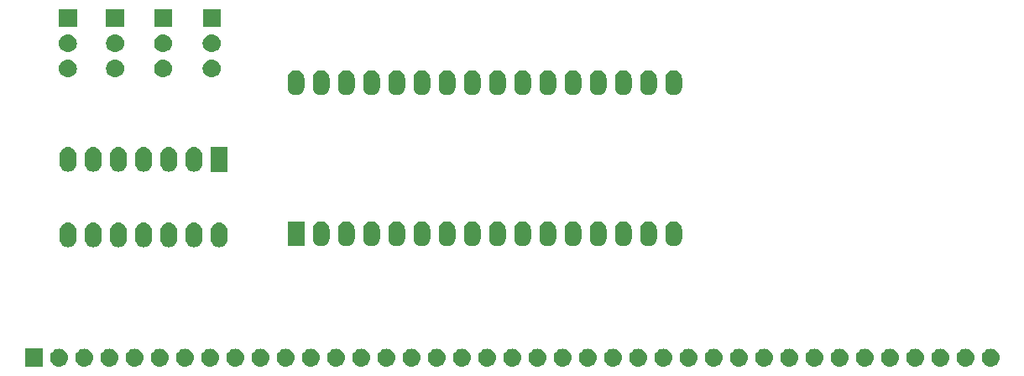
<source format=gbs>
G04 #@! TF.GenerationSoftware,KiCad,Pcbnew,5.1.4*
G04 #@! TF.CreationDate,2019-10-08T23:19:43+02:00*
G04 #@! TF.ProjectId,rc-29f001,72632d32-3966-4303-9031-2e6b69636164,rev?*
G04 #@! TF.SameCoordinates,Original*
G04 #@! TF.FileFunction,Soldermask,Bot*
G04 #@! TF.FilePolarity,Negative*
%FSLAX46Y46*%
G04 Gerber Fmt 4.6, Leading zero omitted, Abs format (unit mm)*
G04 Created by KiCad (PCBNEW 5.1.4) date 2019-10-08 23:19:43*
%MOMM*%
%LPD*%
G04 APERTURE LIST*
%ADD10C,0.100000*%
G04 APERTURE END LIST*
D10*
G36*
X47570442Y-187355518D02*
G01*
X47636627Y-187362037D01*
X47806466Y-187413557D01*
X47962991Y-187497222D01*
X47998729Y-187526552D01*
X48100186Y-187609814D01*
X48183448Y-187711271D01*
X48212778Y-187747009D01*
X48296443Y-187903534D01*
X48347963Y-188073373D01*
X48365359Y-188250000D01*
X48347963Y-188426627D01*
X48296443Y-188596466D01*
X48212778Y-188752991D01*
X48183448Y-188788729D01*
X48100186Y-188890186D01*
X47998729Y-188973448D01*
X47962991Y-189002778D01*
X47806466Y-189086443D01*
X47636627Y-189137963D01*
X47570442Y-189144482D01*
X47504260Y-189151000D01*
X47415740Y-189151000D01*
X47349558Y-189144482D01*
X47283373Y-189137963D01*
X47113534Y-189086443D01*
X46957009Y-189002778D01*
X46921271Y-188973448D01*
X46819814Y-188890186D01*
X46736552Y-188788729D01*
X46707222Y-188752991D01*
X46623557Y-188596466D01*
X46572037Y-188426627D01*
X46554641Y-188250000D01*
X46572037Y-188073373D01*
X46623557Y-187903534D01*
X46707222Y-187747009D01*
X46736552Y-187711271D01*
X46819814Y-187609814D01*
X46921271Y-187526552D01*
X46957009Y-187497222D01*
X47113534Y-187413557D01*
X47283373Y-187362037D01*
X47349558Y-187355518D01*
X47415740Y-187349000D01*
X47504260Y-187349000D01*
X47570442Y-187355518D01*
X47570442Y-187355518D01*
G37*
G36*
X22961000Y-189151000D02*
G01*
X21159000Y-189151000D01*
X21159000Y-187349000D01*
X22961000Y-187349000D01*
X22961000Y-189151000D01*
X22961000Y-189151000D01*
G37*
G36*
X24710442Y-187355518D02*
G01*
X24776627Y-187362037D01*
X24946466Y-187413557D01*
X25102991Y-187497222D01*
X25138729Y-187526552D01*
X25240186Y-187609814D01*
X25323448Y-187711271D01*
X25352778Y-187747009D01*
X25436443Y-187903534D01*
X25487963Y-188073373D01*
X25505359Y-188250000D01*
X25487963Y-188426627D01*
X25436443Y-188596466D01*
X25352778Y-188752991D01*
X25323448Y-188788729D01*
X25240186Y-188890186D01*
X25138729Y-188973448D01*
X25102991Y-189002778D01*
X24946466Y-189086443D01*
X24776627Y-189137963D01*
X24710442Y-189144482D01*
X24644260Y-189151000D01*
X24555740Y-189151000D01*
X24489558Y-189144482D01*
X24423373Y-189137963D01*
X24253534Y-189086443D01*
X24097009Y-189002778D01*
X24061271Y-188973448D01*
X23959814Y-188890186D01*
X23876552Y-188788729D01*
X23847222Y-188752991D01*
X23763557Y-188596466D01*
X23712037Y-188426627D01*
X23694641Y-188250000D01*
X23712037Y-188073373D01*
X23763557Y-187903534D01*
X23847222Y-187747009D01*
X23876552Y-187711271D01*
X23959814Y-187609814D01*
X24061271Y-187526552D01*
X24097009Y-187497222D01*
X24253534Y-187413557D01*
X24423373Y-187362037D01*
X24489558Y-187355518D01*
X24555740Y-187349000D01*
X24644260Y-187349000D01*
X24710442Y-187355518D01*
X24710442Y-187355518D01*
G37*
G36*
X27250442Y-187355518D02*
G01*
X27316627Y-187362037D01*
X27486466Y-187413557D01*
X27642991Y-187497222D01*
X27678729Y-187526552D01*
X27780186Y-187609814D01*
X27863448Y-187711271D01*
X27892778Y-187747009D01*
X27976443Y-187903534D01*
X28027963Y-188073373D01*
X28045359Y-188250000D01*
X28027963Y-188426627D01*
X27976443Y-188596466D01*
X27892778Y-188752991D01*
X27863448Y-188788729D01*
X27780186Y-188890186D01*
X27678729Y-188973448D01*
X27642991Y-189002778D01*
X27486466Y-189086443D01*
X27316627Y-189137963D01*
X27250442Y-189144482D01*
X27184260Y-189151000D01*
X27095740Y-189151000D01*
X27029558Y-189144482D01*
X26963373Y-189137963D01*
X26793534Y-189086443D01*
X26637009Y-189002778D01*
X26601271Y-188973448D01*
X26499814Y-188890186D01*
X26416552Y-188788729D01*
X26387222Y-188752991D01*
X26303557Y-188596466D01*
X26252037Y-188426627D01*
X26234641Y-188250000D01*
X26252037Y-188073373D01*
X26303557Y-187903534D01*
X26387222Y-187747009D01*
X26416552Y-187711271D01*
X26499814Y-187609814D01*
X26601271Y-187526552D01*
X26637009Y-187497222D01*
X26793534Y-187413557D01*
X26963373Y-187362037D01*
X27029558Y-187355518D01*
X27095740Y-187349000D01*
X27184260Y-187349000D01*
X27250442Y-187355518D01*
X27250442Y-187355518D01*
G37*
G36*
X29790442Y-187355518D02*
G01*
X29856627Y-187362037D01*
X30026466Y-187413557D01*
X30182991Y-187497222D01*
X30218729Y-187526552D01*
X30320186Y-187609814D01*
X30403448Y-187711271D01*
X30432778Y-187747009D01*
X30516443Y-187903534D01*
X30567963Y-188073373D01*
X30585359Y-188250000D01*
X30567963Y-188426627D01*
X30516443Y-188596466D01*
X30432778Y-188752991D01*
X30403448Y-188788729D01*
X30320186Y-188890186D01*
X30218729Y-188973448D01*
X30182991Y-189002778D01*
X30026466Y-189086443D01*
X29856627Y-189137963D01*
X29790442Y-189144482D01*
X29724260Y-189151000D01*
X29635740Y-189151000D01*
X29569558Y-189144482D01*
X29503373Y-189137963D01*
X29333534Y-189086443D01*
X29177009Y-189002778D01*
X29141271Y-188973448D01*
X29039814Y-188890186D01*
X28956552Y-188788729D01*
X28927222Y-188752991D01*
X28843557Y-188596466D01*
X28792037Y-188426627D01*
X28774641Y-188250000D01*
X28792037Y-188073373D01*
X28843557Y-187903534D01*
X28927222Y-187747009D01*
X28956552Y-187711271D01*
X29039814Y-187609814D01*
X29141271Y-187526552D01*
X29177009Y-187497222D01*
X29333534Y-187413557D01*
X29503373Y-187362037D01*
X29569558Y-187355518D01*
X29635740Y-187349000D01*
X29724260Y-187349000D01*
X29790442Y-187355518D01*
X29790442Y-187355518D01*
G37*
G36*
X32330442Y-187355518D02*
G01*
X32396627Y-187362037D01*
X32566466Y-187413557D01*
X32722991Y-187497222D01*
X32758729Y-187526552D01*
X32860186Y-187609814D01*
X32943448Y-187711271D01*
X32972778Y-187747009D01*
X33056443Y-187903534D01*
X33107963Y-188073373D01*
X33125359Y-188250000D01*
X33107963Y-188426627D01*
X33056443Y-188596466D01*
X32972778Y-188752991D01*
X32943448Y-188788729D01*
X32860186Y-188890186D01*
X32758729Y-188973448D01*
X32722991Y-189002778D01*
X32566466Y-189086443D01*
X32396627Y-189137963D01*
X32330442Y-189144482D01*
X32264260Y-189151000D01*
X32175740Y-189151000D01*
X32109558Y-189144482D01*
X32043373Y-189137963D01*
X31873534Y-189086443D01*
X31717009Y-189002778D01*
X31681271Y-188973448D01*
X31579814Y-188890186D01*
X31496552Y-188788729D01*
X31467222Y-188752991D01*
X31383557Y-188596466D01*
X31332037Y-188426627D01*
X31314641Y-188250000D01*
X31332037Y-188073373D01*
X31383557Y-187903534D01*
X31467222Y-187747009D01*
X31496552Y-187711271D01*
X31579814Y-187609814D01*
X31681271Y-187526552D01*
X31717009Y-187497222D01*
X31873534Y-187413557D01*
X32043373Y-187362037D01*
X32109558Y-187355518D01*
X32175740Y-187349000D01*
X32264260Y-187349000D01*
X32330442Y-187355518D01*
X32330442Y-187355518D01*
G37*
G36*
X34870442Y-187355518D02*
G01*
X34936627Y-187362037D01*
X35106466Y-187413557D01*
X35262991Y-187497222D01*
X35298729Y-187526552D01*
X35400186Y-187609814D01*
X35483448Y-187711271D01*
X35512778Y-187747009D01*
X35596443Y-187903534D01*
X35647963Y-188073373D01*
X35665359Y-188250000D01*
X35647963Y-188426627D01*
X35596443Y-188596466D01*
X35512778Y-188752991D01*
X35483448Y-188788729D01*
X35400186Y-188890186D01*
X35298729Y-188973448D01*
X35262991Y-189002778D01*
X35106466Y-189086443D01*
X34936627Y-189137963D01*
X34870442Y-189144482D01*
X34804260Y-189151000D01*
X34715740Y-189151000D01*
X34649558Y-189144482D01*
X34583373Y-189137963D01*
X34413534Y-189086443D01*
X34257009Y-189002778D01*
X34221271Y-188973448D01*
X34119814Y-188890186D01*
X34036552Y-188788729D01*
X34007222Y-188752991D01*
X33923557Y-188596466D01*
X33872037Y-188426627D01*
X33854641Y-188250000D01*
X33872037Y-188073373D01*
X33923557Y-187903534D01*
X34007222Y-187747009D01*
X34036552Y-187711271D01*
X34119814Y-187609814D01*
X34221271Y-187526552D01*
X34257009Y-187497222D01*
X34413534Y-187413557D01*
X34583373Y-187362037D01*
X34649558Y-187355518D01*
X34715740Y-187349000D01*
X34804260Y-187349000D01*
X34870442Y-187355518D01*
X34870442Y-187355518D01*
G37*
G36*
X37410442Y-187355518D02*
G01*
X37476627Y-187362037D01*
X37646466Y-187413557D01*
X37802991Y-187497222D01*
X37838729Y-187526552D01*
X37940186Y-187609814D01*
X38023448Y-187711271D01*
X38052778Y-187747009D01*
X38136443Y-187903534D01*
X38187963Y-188073373D01*
X38205359Y-188250000D01*
X38187963Y-188426627D01*
X38136443Y-188596466D01*
X38052778Y-188752991D01*
X38023448Y-188788729D01*
X37940186Y-188890186D01*
X37838729Y-188973448D01*
X37802991Y-189002778D01*
X37646466Y-189086443D01*
X37476627Y-189137963D01*
X37410442Y-189144482D01*
X37344260Y-189151000D01*
X37255740Y-189151000D01*
X37189558Y-189144482D01*
X37123373Y-189137963D01*
X36953534Y-189086443D01*
X36797009Y-189002778D01*
X36761271Y-188973448D01*
X36659814Y-188890186D01*
X36576552Y-188788729D01*
X36547222Y-188752991D01*
X36463557Y-188596466D01*
X36412037Y-188426627D01*
X36394641Y-188250000D01*
X36412037Y-188073373D01*
X36463557Y-187903534D01*
X36547222Y-187747009D01*
X36576552Y-187711271D01*
X36659814Y-187609814D01*
X36761271Y-187526552D01*
X36797009Y-187497222D01*
X36953534Y-187413557D01*
X37123373Y-187362037D01*
X37189558Y-187355518D01*
X37255740Y-187349000D01*
X37344260Y-187349000D01*
X37410442Y-187355518D01*
X37410442Y-187355518D01*
G37*
G36*
X39950442Y-187355518D02*
G01*
X40016627Y-187362037D01*
X40186466Y-187413557D01*
X40342991Y-187497222D01*
X40378729Y-187526552D01*
X40480186Y-187609814D01*
X40563448Y-187711271D01*
X40592778Y-187747009D01*
X40676443Y-187903534D01*
X40727963Y-188073373D01*
X40745359Y-188250000D01*
X40727963Y-188426627D01*
X40676443Y-188596466D01*
X40592778Y-188752991D01*
X40563448Y-188788729D01*
X40480186Y-188890186D01*
X40378729Y-188973448D01*
X40342991Y-189002778D01*
X40186466Y-189086443D01*
X40016627Y-189137963D01*
X39950442Y-189144482D01*
X39884260Y-189151000D01*
X39795740Y-189151000D01*
X39729558Y-189144482D01*
X39663373Y-189137963D01*
X39493534Y-189086443D01*
X39337009Y-189002778D01*
X39301271Y-188973448D01*
X39199814Y-188890186D01*
X39116552Y-188788729D01*
X39087222Y-188752991D01*
X39003557Y-188596466D01*
X38952037Y-188426627D01*
X38934641Y-188250000D01*
X38952037Y-188073373D01*
X39003557Y-187903534D01*
X39087222Y-187747009D01*
X39116552Y-187711271D01*
X39199814Y-187609814D01*
X39301271Y-187526552D01*
X39337009Y-187497222D01*
X39493534Y-187413557D01*
X39663373Y-187362037D01*
X39729558Y-187355518D01*
X39795740Y-187349000D01*
X39884260Y-187349000D01*
X39950442Y-187355518D01*
X39950442Y-187355518D01*
G37*
G36*
X42490442Y-187355518D02*
G01*
X42556627Y-187362037D01*
X42726466Y-187413557D01*
X42882991Y-187497222D01*
X42918729Y-187526552D01*
X43020186Y-187609814D01*
X43103448Y-187711271D01*
X43132778Y-187747009D01*
X43216443Y-187903534D01*
X43267963Y-188073373D01*
X43285359Y-188250000D01*
X43267963Y-188426627D01*
X43216443Y-188596466D01*
X43132778Y-188752991D01*
X43103448Y-188788729D01*
X43020186Y-188890186D01*
X42918729Y-188973448D01*
X42882991Y-189002778D01*
X42726466Y-189086443D01*
X42556627Y-189137963D01*
X42490442Y-189144482D01*
X42424260Y-189151000D01*
X42335740Y-189151000D01*
X42269558Y-189144482D01*
X42203373Y-189137963D01*
X42033534Y-189086443D01*
X41877009Y-189002778D01*
X41841271Y-188973448D01*
X41739814Y-188890186D01*
X41656552Y-188788729D01*
X41627222Y-188752991D01*
X41543557Y-188596466D01*
X41492037Y-188426627D01*
X41474641Y-188250000D01*
X41492037Y-188073373D01*
X41543557Y-187903534D01*
X41627222Y-187747009D01*
X41656552Y-187711271D01*
X41739814Y-187609814D01*
X41841271Y-187526552D01*
X41877009Y-187497222D01*
X42033534Y-187413557D01*
X42203373Y-187362037D01*
X42269558Y-187355518D01*
X42335740Y-187349000D01*
X42424260Y-187349000D01*
X42490442Y-187355518D01*
X42490442Y-187355518D01*
G37*
G36*
X72970442Y-187355518D02*
G01*
X73036627Y-187362037D01*
X73206466Y-187413557D01*
X73362991Y-187497222D01*
X73398729Y-187526552D01*
X73500186Y-187609814D01*
X73583448Y-187711271D01*
X73612778Y-187747009D01*
X73696443Y-187903534D01*
X73747963Y-188073373D01*
X73765359Y-188250000D01*
X73747963Y-188426627D01*
X73696443Y-188596466D01*
X73612778Y-188752991D01*
X73583448Y-188788729D01*
X73500186Y-188890186D01*
X73398729Y-188973448D01*
X73362991Y-189002778D01*
X73206466Y-189086443D01*
X73036627Y-189137963D01*
X72970442Y-189144482D01*
X72904260Y-189151000D01*
X72815740Y-189151000D01*
X72749558Y-189144482D01*
X72683373Y-189137963D01*
X72513534Y-189086443D01*
X72357009Y-189002778D01*
X72321271Y-188973448D01*
X72219814Y-188890186D01*
X72136552Y-188788729D01*
X72107222Y-188752991D01*
X72023557Y-188596466D01*
X71972037Y-188426627D01*
X71954641Y-188250000D01*
X71972037Y-188073373D01*
X72023557Y-187903534D01*
X72107222Y-187747009D01*
X72136552Y-187711271D01*
X72219814Y-187609814D01*
X72321271Y-187526552D01*
X72357009Y-187497222D01*
X72513534Y-187413557D01*
X72683373Y-187362037D01*
X72749558Y-187355518D01*
X72815740Y-187349000D01*
X72904260Y-187349000D01*
X72970442Y-187355518D01*
X72970442Y-187355518D01*
G37*
G36*
X50110442Y-187355518D02*
G01*
X50176627Y-187362037D01*
X50346466Y-187413557D01*
X50502991Y-187497222D01*
X50538729Y-187526552D01*
X50640186Y-187609814D01*
X50723448Y-187711271D01*
X50752778Y-187747009D01*
X50836443Y-187903534D01*
X50887963Y-188073373D01*
X50905359Y-188250000D01*
X50887963Y-188426627D01*
X50836443Y-188596466D01*
X50752778Y-188752991D01*
X50723448Y-188788729D01*
X50640186Y-188890186D01*
X50538729Y-188973448D01*
X50502991Y-189002778D01*
X50346466Y-189086443D01*
X50176627Y-189137963D01*
X50110442Y-189144482D01*
X50044260Y-189151000D01*
X49955740Y-189151000D01*
X49889558Y-189144482D01*
X49823373Y-189137963D01*
X49653534Y-189086443D01*
X49497009Y-189002778D01*
X49461271Y-188973448D01*
X49359814Y-188890186D01*
X49276552Y-188788729D01*
X49247222Y-188752991D01*
X49163557Y-188596466D01*
X49112037Y-188426627D01*
X49094641Y-188250000D01*
X49112037Y-188073373D01*
X49163557Y-187903534D01*
X49247222Y-187747009D01*
X49276552Y-187711271D01*
X49359814Y-187609814D01*
X49461271Y-187526552D01*
X49497009Y-187497222D01*
X49653534Y-187413557D01*
X49823373Y-187362037D01*
X49889558Y-187355518D01*
X49955740Y-187349000D01*
X50044260Y-187349000D01*
X50110442Y-187355518D01*
X50110442Y-187355518D01*
G37*
G36*
X52650442Y-187355518D02*
G01*
X52716627Y-187362037D01*
X52886466Y-187413557D01*
X53042991Y-187497222D01*
X53078729Y-187526552D01*
X53180186Y-187609814D01*
X53263448Y-187711271D01*
X53292778Y-187747009D01*
X53376443Y-187903534D01*
X53427963Y-188073373D01*
X53445359Y-188250000D01*
X53427963Y-188426627D01*
X53376443Y-188596466D01*
X53292778Y-188752991D01*
X53263448Y-188788729D01*
X53180186Y-188890186D01*
X53078729Y-188973448D01*
X53042991Y-189002778D01*
X52886466Y-189086443D01*
X52716627Y-189137963D01*
X52650442Y-189144482D01*
X52584260Y-189151000D01*
X52495740Y-189151000D01*
X52429558Y-189144482D01*
X52363373Y-189137963D01*
X52193534Y-189086443D01*
X52037009Y-189002778D01*
X52001271Y-188973448D01*
X51899814Y-188890186D01*
X51816552Y-188788729D01*
X51787222Y-188752991D01*
X51703557Y-188596466D01*
X51652037Y-188426627D01*
X51634641Y-188250000D01*
X51652037Y-188073373D01*
X51703557Y-187903534D01*
X51787222Y-187747009D01*
X51816552Y-187711271D01*
X51899814Y-187609814D01*
X52001271Y-187526552D01*
X52037009Y-187497222D01*
X52193534Y-187413557D01*
X52363373Y-187362037D01*
X52429558Y-187355518D01*
X52495740Y-187349000D01*
X52584260Y-187349000D01*
X52650442Y-187355518D01*
X52650442Y-187355518D01*
G37*
G36*
X55190442Y-187355518D02*
G01*
X55256627Y-187362037D01*
X55426466Y-187413557D01*
X55582991Y-187497222D01*
X55618729Y-187526552D01*
X55720186Y-187609814D01*
X55803448Y-187711271D01*
X55832778Y-187747009D01*
X55916443Y-187903534D01*
X55967963Y-188073373D01*
X55985359Y-188250000D01*
X55967963Y-188426627D01*
X55916443Y-188596466D01*
X55832778Y-188752991D01*
X55803448Y-188788729D01*
X55720186Y-188890186D01*
X55618729Y-188973448D01*
X55582991Y-189002778D01*
X55426466Y-189086443D01*
X55256627Y-189137963D01*
X55190442Y-189144482D01*
X55124260Y-189151000D01*
X55035740Y-189151000D01*
X54969558Y-189144482D01*
X54903373Y-189137963D01*
X54733534Y-189086443D01*
X54577009Y-189002778D01*
X54541271Y-188973448D01*
X54439814Y-188890186D01*
X54356552Y-188788729D01*
X54327222Y-188752991D01*
X54243557Y-188596466D01*
X54192037Y-188426627D01*
X54174641Y-188250000D01*
X54192037Y-188073373D01*
X54243557Y-187903534D01*
X54327222Y-187747009D01*
X54356552Y-187711271D01*
X54439814Y-187609814D01*
X54541271Y-187526552D01*
X54577009Y-187497222D01*
X54733534Y-187413557D01*
X54903373Y-187362037D01*
X54969558Y-187355518D01*
X55035740Y-187349000D01*
X55124260Y-187349000D01*
X55190442Y-187355518D01*
X55190442Y-187355518D01*
G37*
G36*
X57730442Y-187355518D02*
G01*
X57796627Y-187362037D01*
X57966466Y-187413557D01*
X58122991Y-187497222D01*
X58158729Y-187526552D01*
X58260186Y-187609814D01*
X58343448Y-187711271D01*
X58372778Y-187747009D01*
X58456443Y-187903534D01*
X58507963Y-188073373D01*
X58525359Y-188250000D01*
X58507963Y-188426627D01*
X58456443Y-188596466D01*
X58372778Y-188752991D01*
X58343448Y-188788729D01*
X58260186Y-188890186D01*
X58158729Y-188973448D01*
X58122991Y-189002778D01*
X57966466Y-189086443D01*
X57796627Y-189137963D01*
X57730442Y-189144482D01*
X57664260Y-189151000D01*
X57575740Y-189151000D01*
X57509558Y-189144482D01*
X57443373Y-189137963D01*
X57273534Y-189086443D01*
X57117009Y-189002778D01*
X57081271Y-188973448D01*
X56979814Y-188890186D01*
X56896552Y-188788729D01*
X56867222Y-188752991D01*
X56783557Y-188596466D01*
X56732037Y-188426627D01*
X56714641Y-188250000D01*
X56732037Y-188073373D01*
X56783557Y-187903534D01*
X56867222Y-187747009D01*
X56896552Y-187711271D01*
X56979814Y-187609814D01*
X57081271Y-187526552D01*
X57117009Y-187497222D01*
X57273534Y-187413557D01*
X57443373Y-187362037D01*
X57509558Y-187355518D01*
X57575740Y-187349000D01*
X57664260Y-187349000D01*
X57730442Y-187355518D01*
X57730442Y-187355518D01*
G37*
G36*
X60270442Y-187355518D02*
G01*
X60336627Y-187362037D01*
X60506466Y-187413557D01*
X60662991Y-187497222D01*
X60698729Y-187526552D01*
X60800186Y-187609814D01*
X60883448Y-187711271D01*
X60912778Y-187747009D01*
X60996443Y-187903534D01*
X61047963Y-188073373D01*
X61065359Y-188250000D01*
X61047963Y-188426627D01*
X60996443Y-188596466D01*
X60912778Y-188752991D01*
X60883448Y-188788729D01*
X60800186Y-188890186D01*
X60698729Y-188973448D01*
X60662991Y-189002778D01*
X60506466Y-189086443D01*
X60336627Y-189137963D01*
X60270442Y-189144482D01*
X60204260Y-189151000D01*
X60115740Y-189151000D01*
X60049558Y-189144482D01*
X59983373Y-189137963D01*
X59813534Y-189086443D01*
X59657009Y-189002778D01*
X59621271Y-188973448D01*
X59519814Y-188890186D01*
X59436552Y-188788729D01*
X59407222Y-188752991D01*
X59323557Y-188596466D01*
X59272037Y-188426627D01*
X59254641Y-188250000D01*
X59272037Y-188073373D01*
X59323557Y-187903534D01*
X59407222Y-187747009D01*
X59436552Y-187711271D01*
X59519814Y-187609814D01*
X59621271Y-187526552D01*
X59657009Y-187497222D01*
X59813534Y-187413557D01*
X59983373Y-187362037D01*
X60049558Y-187355518D01*
X60115740Y-187349000D01*
X60204260Y-187349000D01*
X60270442Y-187355518D01*
X60270442Y-187355518D01*
G37*
G36*
X62810442Y-187355518D02*
G01*
X62876627Y-187362037D01*
X63046466Y-187413557D01*
X63202991Y-187497222D01*
X63238729Y-187526552D01*
X63340186Y-187609814D01*
X63423448Y-187711271D01*
X63452778Y-187747009D01*
X63536443Y-187903534D01*
X63587963Y-188073373D01*
X63605359Y-188250000D01*
X63587963Y-188426627D01*
X63536443Y-188596466D01*
X63452778Y-188752991D01*
X63423448Y-188788729D01*
X63340186Y-188890186D01*
X63238729Y-188973448D01*
X63202991Y-189002778D01*
X63046466Y-189086443D01*
X62876627Y-189137963D01*
X62810442Y-189144482D01*
X62744260Y-189151000D01*
X62655740Y-189151000D01*
X62589558Y-189144482D01*
X62523373Y-189137963D01*
X62353534Y-189086443D01*
X62197009Y-189002778D01*
X62161271Y-188973448D01*
X62059814Y-188890186D01*
X61976552Y-188788729D01*
X61947222Y-188752991D01*
X61863557Y-188596466D01*
X61812037Y-188426627D01*
X61794641Y-188250000D01*
X61812037Y-188073373D01*
X61863557Y-187903534D01*
X61947222Y-187747009D01*
X61976552Y-187711271D01*
X62059814Y-187609814D01*
X62161271Y-187526552D01*
X62197009Y-187497222D01*
X62353534Y-187413557D01*
X62523373Y-187362037D01*
X62589558Y-187355518D01*
X62655740Y-187349000D01*
X62744260Y-187349000D01*
X62810442Y-187355518D01*
X62810442Y-187355518D01*
G37*
G36*
X65350442Y-187355518D02*
G01*
X65416627Y-187362037D01*
X65586466Y-187413557D01*
X65742991Y-187497222D01*
X65778729Y-187526552D01*
X65880186Y-187609814D01*
X65963448Y-187711271D01*
X65992778Y-187747009D01*
X66076443Y-187903534D01*
X66127963Y-188073373D01*
X66145359Y-188250000D01*
X66127963Y-188426627D01*
X66076443Y-188596466D01*
X65992778Y-188752991D01*
X65963448Y-188788729D01*
X65880186Y-188890186D01*
X65778729Y-188973448D01*
X65742991Y-189002778D01*
X65586466Y-189086443D01*
X65416627Y-189137963D01*
X65350442Y-189144482D01*
X65284260Y-189151000D01*
X65195740Y-189151000D01*
X65129558Y-189144482D01*
X65063373Y-189137963D01*
X64893534Y-189086443D01*
X64737009Y-189002778D01*
X64701271Y-188973448D01*
X64599814Y-188890186D01*
X64516552Y-188788729D01*
X64487222Y-188752991D01*
X64403557Y-188596466D01*
X64352037Y-188426627D01*
X64334641Y-188250000D01*
X64352037Y-188073373D01*
X64403557Y-187903534D01*
X64487222Y-187747009D01*
X64516552Y-187711271D01*
X64599814Y-187609814D01*
X64701271Y-187526552D01*
X64737009Y-187497222D01*
X64893534Y-187413557D01*
X65063373Y-187362037D01*
X65129558Y-187355518D01*
X65195740Y-187349000D01*
X65284260Y-187349000D01*
X65350442Y-187355518D01*
X65350442Y-187355518D01*
G37*
G36*
X67890442Y-187355518D02*
G01*
X67956627Y-187362037D01*
X68126466Y-187413557D01*
X68282991Y-187497222D01*
X68318729Y-187526552D01*
X68420186Y-187609814D01*
X68503448Y-187711271D01*
X68532778Y-187747009D01*
X68616443Y-187903534D01*
X68667963Y-188073373D01*
X68685359Y-188250000D01*
X68667963Y-188426627D01*
X68616443Y-188596466D01*
X68532778Y-188752991D01*
X68503448Y-188788729D01*
X68420186Y-188890186D01*
X68318729Y-188973448D01*
X68282991Y-189002778D01*
X68126466Y-189086443D01*
X67956627Y-189137963D01*
X67890442Y-189144482D01*
X67824260Y-189151000D01*
X67735740Y-189151000D01*
X67669558Y-189144482D01*
X67603373Y-189137963D01*
X67433534Y-189086443D01*
X67277009Y-189002778D01*
X67241271Y-188973448D01*
X67139814Y-188890186D01*
X67056552Y-188788729D01*
X67027222Y-188752991D01*
X66943557Y-188596466D01*
X66892037Y-188426627D01*
X66874641Y-188250000D01*
X66892037Y-188073373D01*
X66943557Y-187903534D01*
X67027222Y-187747009D01*
X67056552Y-187711271D01*
X67139814Y-187609814D01*
X67241271Y-187526552D01*
X67277009Y-187497222D01*
X67433534Y-187413557D01*
X67603373Y-187362037D01*
X67669558Y-187355518D01*
X67735740Y-187349000D01*
X67824260Y-187349000D01*
X67890442Y-187355518D01*
X67890442Y-187355518D01*
G37*
G36*
X95830442Y-187355518D02*
G01*
X95896627Y-187362037D01*
X96066466Y-187413557D01*
X96222991Y-187497222D01*
X96258729Y-187526552D01*
X96360186Y-187609814D01*
X96443448Y-187711271D01*
X96472778Y-187747009D01*
X96556443Y-187903534D01*
X96607963Y-188073373D01*
X96625359Y-188250000D01*
X96607963Y-188426627D01*
X96556443Y-188596466D01*
X96472778Y-188752991D01*
X96443448Y-188788729D01*
X96360186Y-188890186D01*
X96258729Y-188973448D01*
X96222991Y-189002778D01*
X96066466Y-189086443D01*
X95896627Y-189137963D01*
X95830442Y-189144482D01*
X95764260Y-189151000D01*
X95675740Y-189151000D01*
X95609558Y-189144482D01*
X95543373Y-189137963D01*
X95373534Y-189086443D01*
X95217009Y-189002778D01*
X95181271Y-188973448D01*
X95079814Y-188890186D01*
X94996552Y-188788729D01*
X94967222Y-188752991D01*
X94883557Y-188596466D01*
X94832037Y-188426627D01*
X94814641Y-188250000D01*
X94832037Y-188073373D01*
X94883557Y-187903534D01*
X94967222Y-187747009D01*
X94996552Y-187711271D01*
X95079814Y-187609814D01*
X95181271Y-187526552D01*
X95217009Y-187497222D01*
X95373534Y-187413557D01*
X95543373Y-187362037D01*
X95609558Y-187355518D01*
X95675740Y-187349000D01*
X95764260Y-187349000D01*
X95830442Y-187355518D01*
X95830442Y-187355518D01*
G37*
G36*
X118690442Y-187355518D02*
G01*
X118756627Y-187362037D01*
X118926466Y-187413557D01*
X119082991Y-187497222D01*
X119118729Y-187526552D01*
X119220186Y-187609814D01*
X119303448Y-187711271D01*
X119332778Y-187747009D01*
X119416443Y-187903534D01*
X119467963Y-188073373D01*
X119485359Y-188250000D01*
X119467963Y-188426627D01*
X119416443Y-188596466D01*
X119332778Y-188752991D01*
X119303448Y-188788729D01*
X119220186Y-188890186D01*
X119118729Y-188973448D01*
X119082991Y-189002778D01*
X118926466Y-189086443D01*
X118756627Y-189137963D01*
X118690442Y-189144482D01*
X118624260Y-189151000D01*
X118535740Y-189151000D01*
X118469558Y-189144482D01*
X118403373Y-189137963D01*
X118233534Y-189086443D01*
X118077009Y-189002778D01*
X118041271Y-188973448D01*
X117939814Y-188890186D01*
X117856552Y-188788729D01*
X117827222Y-188752991D01*
X117743557Y-188596466D01*
X117692037Y-188426627D01*
X117674641Y-188250000D01*
X117692037Y-188073373D01*
X117743557Y-187903534D01*
X117827222Y-187747009D01*
X117856552Y-187711271D01*
X117939814Y-187609814D01*
X118041271Y-187526552D01*
X118077009Y-187497222D01*
X118233534Y-187413557D01*
X118403373Y-187362037D01*
X118469558Y-187355518D01*
X118535740Y-187349000D01*
X118624260Y-187349000D01*
X118690442Y-187355518D01*
X118690442Y-187355518D01*
G37*
G36*
X75510442Y-187355518D02*
G01*
X75576627Y-187362037D01*
X75746466Y-187413557D01*
X75902991Y-187497222D01*
X75938729Y-187526552D01*
X76040186Y-187609814D01*
X76123448Y-187711271D01*
X76152778Y-187747009D01*
X76236443Y-187903534D01*
X76287963Y-188073373D01*
X76305359Y-188250000D01*
X76287963Y-188426627D01*
X76236443Y-188596466D01*
X76152778Y-188752991D01*
X76123448Y-188788729D01*
X76040186Y-188890186D01*
X75938729Y-188973448D01*
X75902991Y-189002778D01*
X75746466Y-189086443D01*
X75576627Y-189137963D01*
X75510442Y-189144482D01*
X75444260Y-189151000D01*
X75355740Y-189151000D01*
X75289558Y-189144482D01*
X75223373Y-189137963D01*
X75053534Y-189086443D01*
X74897009Y-189002778D01*
X74861271Y-188973448D01*
X74759814Y-188890186D01*
X74676552Y-188788729D01*
X74647222Y-188752991D01*
X74563557Y-188596466D01*
X74512037Y-188426627D01*
X74494641Y-188250000D01*
X74512037Y-188073373D01*
X74563557Y-187903534D01*
X74647222Y-187747009D01*
X74676552Y-187711271D01*
X74759814Y-187609814D01*
X74861271Y-187526552D01*
X74897009Y-187497222D01*
X75053534Y-187413557D01*
X75223373Y-187362037D01*
X75289558Y-187355518D01*
X75355740Y-187349000D01*
X75444260Y-187349000D01*
X75510442Y-187355518D01*
X75510442Y-187355518D01*
G37*
G36*
X78050442Y-187355518D02*
G01*
X78116627Y-187362037D01*
X78286466Y-187413557D01*
X78442991Y-187497222D01*
X78478729Y-187526552D01*
X78580186Y-187609814D01*
X78663448Y-187711271D01*
X78692778Y-187747009D01*
X78776443Y-187903534D01*
X78827963Y-188073373D01*
X78845359Y-188250000D01*
X78827963Y-188426627D01*
X78776443Y-188596466D01*
X78692778Y-188752991D01*
X78663448Y-188788729D01*
X78580186Y-188890186D01*
X78478729Y-188973448D01*
X78442991Y-189002778D01*
X78286466Y-189086443D01*
X78116627Y-189137963D01*
X78050442Y-189144482D01*
X77984260Y-189151000D01*
X77895740Y-189151000D01*
X77829558Y-189144482D01*
X77763373Y-189137963D01*
X77593534Y-189086443D01*
X77437009Y-189002778D01*
X77401271Y-188973448D01*
X77299814Y-188890186D01*
X77216552Y-188788729D01*
X77187222Y-188752991D01*
X77103557Y-188596466D01*
X77052037Y-188426627D01*
X77034641Y-188250000D01*
X77052037Y-188073373D01*
X77103557Y-187903534D01*
X77187222Y-187747009D01*
X77216552Y-187711271D01*
X77299814Y-187609814D01*
X77401271Y-187526552D01*
X77437009Y-187497222D01*
X77593534Y-187413557D01*
X77763373Y-187362037D01*
X77829558Y-187355518D01*
X77895740Y-187349000D01*
X77984260Y-187349000D01*
X78050442Y-187355518D01*
X78050442Y-187355518D01*
G37*
G36*
X80590442Y-187355518D02*
G01*
X80656627Y-187362037D01*
X80826466Y-187413557D01*
X80982991Y-187497222D01*
X81018729Y-187526552D01*
X81120186Y-187609814D01*
X81203448Y-187711271D01*
X81232778Y-187747009D01*
X81316443Y-187903534D01*
X81367963Y-188073373D01*
X81385359Y-188250000D01*
X81367963Y-188426627D01*
X81316443Y-188596466D01*
X81232778Y-188752991D01*
X81203448Y-188788729D01*
X81120186Y-188890186D01*
X81018729Y-188973448D01*
X80982991Y-189002778D01*
X80826466Y-189086443D01*
X80656627Y-189137963D01*
X80590442Y-189144482D01*
X80524260Y-189151000D01*
X80435740Y-189151000D01*
X80369558Y-189144482D01*
X80303373Y-189137963D01*
X80133534Y-189086443D01*
X79977009Y-189002778D01*
X79941271Y-188973448D01*
X79839814Y-188890186D01*
X79756552Y-188788729D01*
X79727222Y-188752991D01*
X79643557Y-188596466D01*
X79592037Y-188426627D01*
X79574641Y-188250000D01*
X79592037Y-188073373D01*
X79643557Y-187903534D01*
X79727222Y-187747009D01*
X79756552Y-187711271D01*
X79839814Y-187609814D01*
X79941271Y-187526552D01*
X79977009Y-187497222D01*
X80133534Y-187413557D01*
X80303373Y-187362037D01*
X80369558Y-187355518D01*
X80435740Y-187349000D01*
X80524260Y-187349000D01*
X80590442Y-187355518D01*
X80590442Y-187355518D01*
G37*
G36*
X83130442Y-187355518D02*
G01*
X83196627Y-187362037D01*
X83366466Y-187413557D01*
X83522991Y-187497222D01*
X83558729Y-187526552D01*
X83660186Y-187609814D01*
X83743448Y-187711271D01*
X83772778Y-187747009D01*
X83856443Y-187903534D01*
X83907963Y-188073373D01*
X83925359Y-188250000D01*
X83907963Y-188426627D01*
X83856443Y-188596466D01*
X83772778Y-188752991D01*
X83743448Y-188788729D01*
X83660186Y-188890186D01*
X83558729Y-188973448D01*
X83522991Y-189002778D01*
X83366466Y-189086443D01*
X83196627Y-189137963D01*
X83130442Y-189144482D01*
X83064260Y-189151000D01*
X82975740Y-189151000D01*
X82909558Y-189144482D01*
X82843373Y-189137963D01*
X82673534Y-189086443D01*
X82517009Y-189002778D01*
X82481271Y-188973448D01*
X82379814Y-188890186D01*
X82296552Y-188788729D01*
X82267222Y-188752991D01*
X82183557Y-188596466D01*
X82132037Y-188426627D01*
X82114641Y-188250000D01*
X82132037Y-188073373D01*
X82183557Y-187903534D01*
X82267222Y-187747009D01*
X82296552Y-187711271D01*
X82379814Y-187609814D01*
X82481271Y-187526552D01*
X82517009Y-187497222D01*
X82673534Y-187413557D01*
X82843373Y-187362037D01*
X82909558Y-187355518D01*
X82975740Y-187349000D01*
X83064260Y-187349000D01*
X83130442Y-187355518D01*
X83130442Y-187355518D01*
G37*
G36*
X85670442Y-187355518D02*
G01*
X85736627Y-187362037D01*
X85906466Y-187413557D01*
X86062991Y-187497222D01*
X86098729Y-187526552D01*
X86200186Y-187609814D01*
X86283448Y-187711271D01*
X86312778Y-187747009D01*
X86396443Y-187903534D01*
X86447963Y-188073373D01*
X86465359Y-188250000D01*
X86447963Y-188426627D01*
X86396443Y-188596466D01*
X86312778Y-188752991D01*
X86283448Y-188788729D01*
X86200186Y-188890186D01*
X86098729Y-188973448D01*
X86062991Y-189002778D01*
X85906466Y-189086443D01*
X85736627Y-189137963D01*
X85670442Y-189144482D01*
X85604260Y-189151000D01*
X85515740Y-189151000D01*
X85449558Y-189144482D01*
X85383373Y-189137963D01*
X85213534Y-189086443D01*
X85057009Y-189002778D01*
X85021271Y-188973448D01*
X84919814Y-188890186D01*
X84836552Y-188788729D01*
X84807222Y-188752991D01*
X84723557Y-188596466D01*
X84672037Y-188426627D01*
X84654641Y-188250000D01*
X84672037Y-188073373D01*
X84723557Y-187903534D01*
X84807222Y-187747009D01*
X84836552Y-187711271D01*
X84919814Y-187609814D01*
X85021271Y-187526552D01*
X85057009Y-187497222D01*
X85213534Y-187413557D01*
X85383373Y-187362037D01*
X85449558Y-187355518D01*
X85515740Y-187349000D01*
X85604260Y-187349000D01*
X85670442Y-187355518D01*
X85670442Y-187355518D01*
G37*
G36*
X88210442Y-187355518D02*
G01*
X88276627Y-187362037D01*
X88446466Y-187413557D01*
X88602991Y-187497222D01*
X88638729Y-187526552D01*
X88740186Y-187609814D01*
X88823448Y-187711271D01*
X88852778Y-187747009D01*
X88936443Y-187903534D01*
X88987963Y-188073373D01*
X89005359Y-188250000D01*
X88987963Y-188426627D01*
X88936443Y-188596466D01*
X88852778Y-188752991D01*
X88823448Y-188788729D01*
X88740186Y-188890186D01*
X88638729Y-188973448D01*
X88602991Y-189002778D01*
X88446466Y-189086443D01*
X88276627Y-189137963D01*
X88210442Y-189144482D01*
X88144260Y-189151000D01*
X88055740Y-189151000D01*
X87989558Y-189144482D01*
X87923373Y-189137963D01*
X87753534Y-189086443D01*
X87597009Y-189002778D01*
X87561271Y-188973448D01*
X87459814Y-188890186D01*
X87376552Y-188788729D01*
X87347222Y-188752991D01*
X87263557Y-188596466D01*
X87212037Y-188426627D01*
X87194641Y-188250000D01*
X87212037Y-188073373D01*
X87263557Y-187903534D01*
X87347222Y-187747009D01*
X87376552Y-187711271D01*
X87459814Y-187609814D01*
X87561271Y-187526552D01*
X87597009Y-187497222D01*
X87753534Y-187413557D01*
X87923373Y-187362037D01*
X87989558Y-187355518D01*
X88055740Y-187349000D01*
X88144260Y-187349000D01*
X88210442Y-187355518D01*
X88210442Y-187355518D01*
G37*
G36*
X90750442Y-187355518D02*
G01*
X90816627Y-187362037D01*
X90986466Y-187413557D01*
X91142991Y-187497222D01*
X91178729Y-187526552D01*
X91280186Y-187609814D01*
X91363448Y-187711271D01*
X91392778Y-187747009D01*
X91476443Y-187903534D01*
X91527963Y-188073373D01*
X91545359Y-188250000D01*
X91527963Y-188426627D01*
X91476443Y-188596466D01*
X91392778Y-188752991D01*
X91363448Y-188788729D01*
X91280186Y-188890186D01*
X91178729Y-188973448D01*
X91142991Y-189002778D01*
X90986466Y-189086443D01*
X90816627Y-189137963D01*
X90750442Y-189144482D01*
X90684260Y-189151000D01*
X90595740Y-189151000D01*
X90529558Y-189144482D01*
X90463373Y-189137963D01*
X90293534Y-189086443D01*
X90137009Y-189002778D01*
X90101271Y-188973448D01*
X89999814Y-188890186D01*
X89916552Y-188788729D01*
X89887222Y-188752991D01*
X89803557Y-188596466D01*
X89752037Y-188426627D01*
X89734641Y-188250000D01*
X89752037Y-188073373D01*
X89803557Y-187903534D01*
X89887222Y-187747009D01*
X89916552Y-187711271D01*
X89999814Y-187609814D01*
X90101271Y-187526552D01*
X90137009Y-187497222D01*
X90293534Y-187413557D01*
X90463373Y-187362037D01*
X90529558Y-187355518D01*
X90595740Y-187349000D01*
X90684260Y-187349000D01*
X90750442Y-187355518D01*
X90750442Y-187355518D01*
G37*
G36*
X93290442Y-187355518D02*
G01*
X93356627Y-187362037D01*
X93526466Y-187413557D01*
X93682991Y-187497222D01*
X93718729Y-187526552D01*
X93820186Y-187609814D01*
X93903448Y-187711271D01*
X93932778Y-187747009D01*
X94016443Y-187903534D01*
X94067963Y-188073373D01*
X94085359Y-188250000D01*
X94067963Y-188426627D01*
X94016443Y-188596466D01*
X93932778Y-188752991D01*
X93903448Y-188788729D01*
X93820186Y-188890186D01*
X93718729Y-188973448D01*
X93682991Y-189002778D01*
X93526466Y-189086443D01*
X93356627Y-189137963D01*
X93290442Y-189144482D01*
X93224260Y-189151000D01*
X93135740Y-189151000D01*
X93069558Y-189144482D01*
X93003373Y-189137963D01*
X92833534Y-189086443D01*
X92677009Y-189002778D01*
X92641271Y-188973448D01*
X92539814Y-188890186D01*
X92456552Y-188788729D01*
X92427222Y-188752991D01*
X92343557Y-188596466D01*
X92292037Y-188426627D01*
X92274641Y-188250000D01*
X92292037Y-188073373D01*
X92343557Y-187903534D01*
X92427222Y-187747009D01*
X92456552Y-187711271D01*
X92539814Y-187609814D01*
X92641271Y-187526552D01*
X92677009Y-187497222D01*
X92833534Y-187413557D01*
X93003373Y-187362037D01*
X93069558Y-187355518D01*
X93135740Y-187349000D01*
X93224260Y-187349000D01*
X93290442Y-187355518D01*
X93290442Y-187355518D01*
G37*
G36*
X70430442Y-187355518D02*
G01*
X70496627Y-187362037D01*
X70666466Y-187413557D01*
X70822991Y-187497222D01*
X70858729Y-187526552D01*
X70960186Y-187609814D01*
X71043448Y-187711271D01*
X71072778Y-187747009D01*
X71156443Y-187903534D01*
X71207963Y-188073373D01*
X71225359Y-188250000D01*
X71207963Y-188426627D01*
X71156443Y-188596466D01*
X71072778Y-188752991D01*
X71043448Y-188788729D01*
X70960186Y-188890186D01*
X70858729Y-188973448D01*
X70822991Y-189002778D01*
X70666466Y-189086443D01*
X70496627Y-189137963D01*
X70430442Y-189144482D01*
X70364260Y-189151000D01*
X70275740Y-189151000D01*
X70209558Y-189144482D01*
X70143373Y-189137963D01*
X69973534Y-189086443D01*
X69817009Y-189002778D01*
X69781271Y-188973448D01*
X69679814Y-188890186D01*
X69596552Y-188788729D01*
X69567222Y-188752991D01*
X69483557Y-188596466D01*
X69432037Y-188426627D01*
X69414641Y-188250000D01*
X69432037Y-188073373D01*
X69483557Y-187903534D01*
X69567222Y-187747009D01*
X69596552Y-187711271D01*
X69679814Y-187609814D01*
X69781271Y-187526552D01*
X69817009Y-187497222D01*
X69973534Y-187413557D01*
X70143373Y-187362037D01*
X70209558Y-187355518D01*
X70275740Y-187349000D01*
X70364260Y-187349000D01*
X70430442Y-187355518D01*
X70430442Y-187355518D01*
G37*
G36*
X100910442Y-187355518D02*
G01*
X100976627Y-187362037D01*
X101146466Y-187413557D01*
X101302991Y-187497222D01*
X101338729Y-187526552D01*
X101440186Y-187609814D01*
X101523448Y-187711271D01*
X101552778Y-187747009D01*
X101636443Y-187903534D01*
X101687963Y-188073373D01*
X101705359Y-188250000D01*
X101687963Y-188426627D01*
X101636443Y-188596466D01*
X101552778Y-188752991D01*
X101523448Y-188788729D01*
X101440186Y-188890186D01*
X101338729Y-188973448D01*
X101302991Y-189002778D01*
X101146466Y-189086443D01*
X100976627Y-189137963D01*
X100910442Y-189144482D01*
X100844260Y-189151000D01*
X100755740Y-189151000D01*
X100689558Y-189144482D01*
X100623373Y-189137963D01*
X100453534Y-189086443D01*
X100297009Y-189002778D01*
X100261271Y-188973448D01*
X100159814Y-188890186D01*
X100076552Y-188788729D01*
X100047222Y-188752991D01*
X99963557Y-188596466D01*
X99912037Y-188426627D01*
X99894641Y-188250000D01*
X99912037Y-188073373D01*
X99963557Y-187903534D01*
X100047222Y-187747009D01*
X100076552Y-187711271D01*
X100159814Y-187609814D01*
X100261271Y-187526552D01*
X100297009Y-187497222D01*
X100453534Y-187413557D01*
X100623373Y-187362037D01*
X100689558Y-187355518D01*
X100755740Y-187349000D01*
X100844260Y-187349000D01*
X100910442Y-187355518D01*
X100910442Y-187355518D01*
G37*
G36*
X103450442Y-187355518D02*
G01*
X103516627Y-187362037D01*
X103686466Y-187413557D01*
X103842991Y-187497222D01*
X103878729Y-187526552D01*
X103980186Y-187609814D01*
X104063448Y-187711271D01*
X104092778Y-187747009D01*
X104176443Y-187903534D01*
X104227963Y-188073373D01*
X104245359Y-188250000D01*
X104227963Y-188426627D01*
X104176443Y-188596466D01*
X104092778Y-188752991D01*
X104063448Y-188788729D01*
X103980186Y-188890186D01*
X103878729Y-188973448D01*
X103842991Y-189002778D01*
X103686466Y-189086443D01*
X103516627Y-189137963D01*
X103450442Y-189144482D01*
X103384260Y-189151000D01*
X103295740Y-189151000D01*
X103229558Y-189144482D01*
X103163373Y-189137963D01*
X102993534Y-189086443D01*
X102837009Y-189002778D01*
X102801271Y-188973448D01*
X102699814Y-188890186D01*
X102616552Y-188788729D01*
X102587222Y-188752991D01*
X102503557Y-188596466D01*
X102452037Y-188426627D01*
X102434641Y-188250000D01*
X102452037Y-188073373D01*
X102503557Y-187903534D01*
X102587222Y-187747009D01*
X102616552Y-187711271D01*
X102699814Y-187609814D01*
X102801271Y-187526552D01*
X102837009Y-187497222D01*
X102993534Y-187413557D01*
X103163373Y-187362037D01*
X103229558Y-187355518D01*
X103295740Y-187349000D01*
X103384260Y-187349000D01*
X103450442Y-187355518D01*
X103450442Y-187355518D01*
G37*
G36*
X105990442Y-187355518D02*
G01*
X106056627Y-187362037D01*
X106226466Y-187413557D01*
X106382991Y-187497222D01*
X106418729Y-187526552D01*
X106520186Y-187609814D01*
X106603448Y-187711271D01*
X106632778Y-187747009D01*
X106716443Y-187903534D01*
X106767963Y-188073373D01*
X106785359Y-188250000D01*
X106767963Y-188426627D01*
X106716443Y-188596466D01*
X106632778Y-188752991D01*
X106603448Y-188788729D01*
X106520186Y-188890186D01*
X106418729Y-188973448D01*
X106382991Y-189002778D01*
X106226466Y-189086443D01*
X106056627Y-189137963D01*
X105990442Y-189144482D01*
X105924260Y-189151000D01*
X105835740Y-189151000D01*
X105769558Y-189144482D01*
X105703373Y-189137963D01*
X105533534Y-189086443D01*
X105377009Y-189002778D01*
X105341271Y-188973448D01*
X105239814Y-188890186D01*
X105156552Y-188788729D01*
X105127222Y-188752991D01*
X105043557Y-188596466D01*
X104992037Y-188426627D01*
X104974641Y-188250000D01*
X104992037Y-188073373D01*
X105043557Y-187903534D01*
X105127222Y-187747009D01*
X105156552Y-187711271D01*
X105239814Y-187609814D01*
X105341271Y-187526552D01*
X105377009Y-187497222D01*
X105533534Y-187413557D01*
X105703373Y-187362037D01*
X105769558Y-187355518D01*
X105835740Y-187349000D01*
X105924260Y-187349000D01*
X105990442Y-187355518D01*
X105990442Y-187355518D01*
G37*
G36*
X108530442Y-187355518D02*
G01*
X108596627Y-187362037D01*
X108766466Y-187413557D01*
X108922991Y-187497222D01*
X108958729Y-187526552D01*
X109060186Y-187609814D01*
X109143448Y-187711271D01*
X109172778Y-187747009D01*
X109256443Y-187903534D01*
X109307963Y-188073373D01*
X109325359Y-188250000D01*
X109307963Y-188426627D01*
X109256443Y-188596466D01*
X109172778Y-188752991D01*
X109143448Y-188788729D01*
X109060186Y-188890186D01*
X108958729Y-188973448D01*
X108922991Y-189002778D01*
X108766466Y-189086443D01*
X108596627Y-189137963D01*
X108530442Y-189144482D01*
X108464260Y-189151000D01*
X108375740Y-189151000D01*
X108309558Y-189144482D01*
X108243373Y-189137963D01*
X108073534Y-189086443D01*
X107917009Y-189002778D01*
X107881271Y-188973448D01*
X107779814Y-188890186D01*
X107696552Y-188788729D01*
X107667222Y-188752991D01*
X107583557Y-188596466D01*
X107532037Y-188426627D01*
X107514641Y-188250000D01*
X107532037Y-188073373D01*
X107583557Y-187903534D01*
X107667222Y-187747009D01*
X107696552Y-187711271D01*
X107779814Y-187609814D01*
X107881271Y-187526552D01*
X107917009Y-187497222D01*
X108073534Y-187413557D01*
X108243373Y-187362037D01*
X108309558Y-187355518D01*
X108375740Y-187349000D01*
X108464260Y-187349000D01*
X108530442Y-187355518D01*
X108530442Y-187355518D01*
G37*
G36*
X111070442Y-187355518D02*
G01*
X111136627Y-187362037D01*
X111306466Y-187413557D01*
X111462991Y-187497222D01*
X111498729Y-187526552D01*
X111600186Y-187609814D01*
X111683448Y-187711271D01*
X111712778Y-187747009D01*
X111796443Y-187903534D01*
X111847963Y-188073373D01*
X111865359Y-188250000D01*
X111847963Y-188426627D01*
X111796443Y-188596466D01*
X111712778Y-188752991D01*
X111683448Y-188788729D01*
X111600186Y-188890186D01*
X111498729Y-188973448D01*
X111462991Y-189002778D01*
X111306466Y-189086443D01*
X111136627Y-189137963D01*
X111070442Y-189144482D01*
X111004260Y-189151000D01*
X110915740Y-189151000D01*
X110849558Y-189144482D01*
X110783373Y-189137963D01*
X110613534Y-189086443D01*
X110457009Y-189002778D01*
X110421271Y-188973448D01*
X110319814Y-188890186D01*
X110236552Y-188788729D01*
X110207222Y-188752991D01*
X110123557Y-188596466D01*
X110072037Y-188426627D01*
X110054641Y-188250000D01*
X110072037Y-188073373D01*
X110123557Y-187903534D01*
X110207222Y-187747009D01*
X110236552Y-187711271D01*
X110319814Y-187609814D01*
X110421271Y-187526552D01*
X110457009Y-187497222D01*
X110613534Y-187413557D01*
X110783373Y-187362037D01*
X110849558Y-187355518D01*
X110915740Y-187349000D01*
X111004260Y-187349000D01*
X111070442Y-187355518D01*
X111070442Y-187355518D01*
G37*
G36*
X113610442Y-187355518D02*
G01*
X113676627Y-187362037D01*
X113846466Y-187413557D01*
X114002991Y-187497222D01*
X114038729Y-187526552D01*
X114140186Y-187609814D01*
X114223448Y-187711271D01*
X114252778Y-187747009D01*
X114336443Y-187903534D01*
X114387963Y-188073373D01*
X114405359Y-188250000D01*
X114387963Y-188426627D01*
X114336443Y-188596466D01*
X114252778Y-188752991D01*
X114223448Y-188788729D01*
X114140186Y-188890186D01*
X114038729Y-188973448D01*
X114002991Y-189002778D01*
X113846466Y-189086443D01*
X113676627Y-189137963D01*
X113610442Y-189144482D01*
X113544260Y-189151000D01*
X113455740Y-189151000D01*
X113389558Y-189144482D01*
X113323373Y-189137963D01*
X113153534Y-189086443D01*
X112997009Y-189002778D01*
X112961271Y-188973448D01*
X112859814Y-188890186D01*
X112776552Y-188788729D01*
X112747222Y-188752991D01*
X112663557Y-188596466D01*
X112612037Y-188426627D01*
X112594641Y-188250000D01*
X112612037Y-188073373D01*
X112663557Y-187903534D01*
X112747222Y-187747009D01*
X112776552Y-187711271D01*
X112859814Y-187609814D01*
X112961271Y-187526552D01*
X112997009Y-187497222D01*
X113153534Y-187413557D01*
X113323373Y-187362037D01*
X113389558Y-187355518D01*
X113455740Y-187349000D01*
X113544260Y-187349000D01*
X113610442Y-187355518D01*
X113610442Y-187355518D01*
G37*
G36*
X116150442Y-187355518D02*
G01*
X116216627Y-187362037D01*
X116386466Y-187413557D01*
X116542991Y-187497222D01*
X116578729Y-187526552D01*
X116680186Y-187609814D01*
X116763448Y-187711271D01*
X116792778Y-187747009D01*
X116876443Y-187903534D01*
X116927963Y-188073373D01*
X116945359Y-188250000D01*
X116927963Y-188426627D01*
X116876443Y-188596466D01*
X116792778Y-188752991D01*
X116763448Y-188788729D01*
X116680186Y-188890186D01*
X116578729Y-188973448D01*
X116542991Y-189002778D01*
X116386466Y-189086443D01*
X116216627Y-189137963D01*
X116150442Y-189144482D01*
X116084260Y-189151000D01*
X115995740Y-189151000D01*
X115929558Y-189144482D01*
X115863373Y-189137963D01*
X115693534Y-189086443D01*
X115537009Y-189002778D01*
X115501271Y-188973448D01*
X115399814Y-188890186D01*
X115316552Y-188788729D01*
X115287222Y-188752991D01*
X115203557Y-188596466D01*
X115152037Y-188426627D01*
X115134641Y-188250000D01*
X115152037Y-188073373D01*
X115203557Y-187903534D01*
X115287222Y-187747009D01*
X115316552Y-187711271D01*
X115399814Y-187609814D01*
X115501271Y-187526552D01*
X115537009Y-187497222D01*
X115693534Y-187413557D01*
X115863373Y-187362037D01*
X115929558Y-187355518D01*
X115995740Y-187349000D01*
X116084260Y-187349000D01*
X116150442Y-187355518D01*
X116150442Y-187355518D01*
G37*
G36*
X45030442Y-187355518D02*
G01*
X45096627Y-187362037D01*
X45266466Y-187413557D01*
X45422991Y-187497222D01*
X45458729Y-187526552D01*
X45560186Y-187609814D01*
X45643448Y-187711271D01*
X45672778Y-187747009D01*
X45756443Y-187903534D01*
X45807963Y-188073373D01*
X45825359Y-188250000D01*
X45807963Y-188426627D01*
X45756443Y-188596466D01*
X45672778Y-188752991D01*
X45643448Y-188788729D01*
X45560186Y-188890186D01*
X45458729Y-188973448D01*
X45422991Y-189002778D01*
X45266466Y-189086443D01*
X45096627Y-189137963D01*
X45030442Y-189144482D01*
X44964260Y-189151000D01*
X44875740Y-189151000D01*
X44809558Y-189144482D01*
X44743373Y-189137963D01*
X44573534Y-189086443D01*
X44417009Y-189002778D01*
X44381271Y-188973448D01*
X44279814Y-188890186D01*
X44196552Y-188788729D01*
X44167222Y-188752991D01*
X44083557Y-188596466D01*
X44032037Y-188426627D01*
X44014641Y-188250000D01*
X44032037Y-188073373D01*
X44083557Y-187903534D01*
X44167222Y-187747009D01*
X44196552Y-187711271D01*
X44279814Y-187609814D01*
X44381271Y-187526552D01*
X44417009Y-187497222D01*
X44573534Y-187413557D01*
X44743373Y-187362037D01*
X44809558Y-187355518D01*
X44875740Y-187349000D01*
X44964260Y-187349000D01*
X45030442Y-187355518D01*
X45030442Y-187355518D01*
G37*
G36*
X98370442Y-187355518D02*
G01*
X98436627Y-187362037D01*
X98606466Y-187413557D01*
X98762991Y-187497222D01*
X98798729Y-187526552D01*
X98900186Y-187609814D01*
X98983448Y-187711271D01*
X99012778Y-187747009D01*
X99096443Y-187903534D01*
X99147963Y-188073373D01*
X99165359Y-188250000D01*
X99147963Y-188426627D01*
X99096443Y-188596466D01*
X99012778Y-188752991D01*
X98983448Y-188788729D01*
X98900186Y-188890186D01*
X98798729Y-188973448D01*
X98762991Y-189002778D01*
X98606466Y-189086443D01*
X98436627Y-189137963D01*
X98370442Y-189144482D01*
X98304260Y-189151000D01*
X98215740Y-189151000D01*
X98149558Y-189144482D01*
X98083373Y-189137963D01*
X97913534Y-189086443D01*
X97757009Y-189002778D01*
X97721271Y-188973448D01*
X97619814Y-188890186D01*
X97536552Y-188788729D01*
X97507222Y-188752991D01*
X97423557Y-188596466D01*
X97372037Y-188426627D01*
X97354641Y-188250000D01*
X97372037Y-188073373D01*
X97423557Y-187903534D01*
X97507222Y-187747009D01*
X97536552Y-187711271D01*
X97619814Y-187609814D01*
X97721271Y-187526552D01*
X97757009Y-187497222D01*
X97913534Y-187413557D01*
X98083373Y-187362037D01*
X98149558Y-187355518D01*
X98215740Y-187349000D01*
X98304260Y-187349000D01*
X98370442Y-187355518D01*
X98370442Y-187355518D01*
G37*
G36*
X33296823Y-174631313D02*
G01*
X33457242Y-174679976D01*
X33579531Y-174745341D01*
X33605078Y-174758996D01*
X33734659Y-174865341D01*
X33841004Y-174994922D01*
X33841005Y-174994924D01*
X33920024Y-175142758D01*
X33968687Y-175303178D01*
X33981000Y-175428197D01*
X33981000Y-176311804D01*
X33968687Y-176436823D01*
X33920024Y-176597242D01*
X33905146Y-176625076D01*
X33841004Y-176745078D01*
X33745865Y-176861004D01*
X33734659Y-176874659D01*
X33605077Y-176981005D01*
X33457241Y-177060024D01*
X33296822Y-177108687D01*
X33130000Y-177125117D01*
X32963177Y-177108687D01*
X32802758Y-177060024D01*
X32654924Y-176981005D01*
X32654922Y-176981004D01*
X32525341Y-176874659D01*
X32514135Y-176861004D01*
X32418995Y-176745077D01*
X32339976Y-176597241D01*
X32291313Y-176436822D01*
X32279000Y-176311803D01*
X32279000Y-175428197D01*
X32291314Y-175303177D01*
X32339977Y-175142758D01*
X32418996Y-174994924D01*
X32418997Y-174994922D01*
X32525342Y-174865341D01*
X32654923Y-174758996D01*
X32680470Y-174745341D01*
X32802759Y-174679976D01*
X32963178Y-174631313D01*
X33130000Y-174614883D01*
X33296823Y-174631313D01*
X33296823Y-174631313D01*
G37*
G36*
X40916823Y-174631313D02*
G01*
X41077242Y-174679976D01*
X41199531Y-174745341D01*
X41225078Y-174758996D01*
X41354659Y-174865341D01*
X41461004Y-174994922D01*
X41461005Y-174994924D01*
X41540024Y-175142758D01*
X41588687Y-175303178D01*
X41601000Y-175428197D01*
X41601000Y-176311804D01*
X41588687Y-176436823D01*
X41540024Y-176597242D01*
X41525146Y-176625076D01*
X41461004Y-176745078D01*
X41365865Y-176861004D01*
X41354659Y-176874659D01*
X41225077Y-176981005D01*
X41077241Y-177060024D01*
X40916822Y-177108687D01*
X40750000Y-177125117D01*
X40583177Y-177108687D01*
X40422758Y-177060024D01*
X40274924Y-176981005D01*
X40274922Y-176981004D01*
X40145341Y-176874659D01*
X40134135Y-176861004D01*
X40038995Y-176745077D01*
X39959976Y-176597241D01*
X39911313Y-176436822D01*
X39899000Y-176311803D01*
X39899000Y-175428197D01*
X39911314Y-175303177D01*
X39959977Y-175142758D01*
X40038996Y-174994924D01*
X40038997Y-174994922D01*
X40145342Y-174865341D01*
X40274923Y-174758996D01*
X40300470Y-174745341D01*
X40422759Y-174679976D01*
X40583178Y-174631313D01*
X40750000Y-174614883D01*
X40916823Y-174631313D01*
X40916823Y-174631313D01*
G37*
G36*
X38376823Y-174631313D02*
G01*
X38537242Y-174679976D01*
X38659531Y-174745341D01*
X38685078Y-174758996D01*
X38814659Y-174865341D01*
X38921004Y-174994922D01*
X38921005Y-174994924D01*
X39000024Y-175142758D01*
X39048687Y-175303178D01*
X39061000Y-175428197D01*
X39061000Y-176311804D01*
X39048687Y-176436823D01*
X39000024Y-176597242D01*
X38985146Y-176625076D01*
X38921004Y-176745078D01*
X38825865Y-176861004D01*
X38814659Y-176874659D01*
X38685077Y-176981005D01*
X38537241Y-177060024D01*
X38376822Y-177108687D01*
X38210000Y-177125117D01*
X38043177Y-177108687D01*
X37882758Y-177060024D01*
X37734924Y-176981005D01*
X37734922Y-176981004D01*
X37605341Y-176874659D01*
X37594135Y-176861004D01*
X37498995Y-176745077D01*
X37419976Y-176597241D01*
X37371313Y-176436822D01*
X37359000Y-176311803D01*
X37359000Y-175428197D01*
X37371314Y-175303177D01*
X37419977Y-175142758D01*
X37498996Y-174994924D01*
X37498997Y-174994922D01*
X37605342Y-174865341D01*
X37734923Y-174758996D01*
X37760470Y-174745341D01*
X37882759Y-174679976D01*
X38043178Y-174631313D01*
X38210000Y-174614883D01*
X38376823Y-174631313D01*
X38376823Y-174631313D01*
G37*
G36*
X35836823Y-174631313D02*
G01*
X35997242Y-174679976D01*
X36119531Y-174745341D01*
X36145078Y-174758996D01*
X36274659Y-174865341D01*
X36381004Y-174994922D01*
X36381005Y-174994924D01*
X36460024Y-175142758D01*
X36508687Y-175303178D01*
X36521000Y-175428197D01*
X36521000Y-176311804D01*
X36508687Y-176436823D01*
X36460024Y-176597242D01*
X36445146Y-176625076D01*
X36381004Y-176745078D01*
X36285865Y-176861004D01*
X36274659Y-176874659D01*
X36145077Y-176981005D01*
X35997241Y-177060024D01*
X35836822Y-177108687D01*
X35670000Y-177125117D01*
X35503177Y-177108687D01*
X35342758Y-177060024D01*
X35194924Y-176981005D01*
X35194922Y-176981004D01*
X35065341Y-176874659D01*
X35054135Y-176861004D01*
X34958995Y-176745077D01*
X34879976Y-176597241D01*
X34831313Y-176436822D01*
X34819000Y-176311803D01*
X34819000Y-175428197D01*
X34831314Y-175303177D01*
X34879977Y-175142758D01*
X34958996Y-174994924D01*
X34958997Y-174994922D01*
X35065342Y-174865341D01*
X35194923Y-174758996D01*
X35220470Y-174745341D01*
X35342759Y-174679976D01*
X35503178Y-174631313D01*
X35670000Y-174614883D01*
X35836823Y-174631313D01*
X35836823Y-174631313D01*
G37*
G36*
X30756823Y-174631313D02*
G01*
X30917242Y-174679976D01*
X31039531Y-174745341D01*
X31065078Y-174758996D01*
X31194659Y-174865341D01*
X31301004Y-174994922D01*
X31301005Y-174994924D01*
X31380024Y-175142758D01*
X31428687Y-175303178D01*
X31441000Y-175428197D01*
X31441000Y-176311804D01*
X31428687Y-176436823D01*
X31380024Y-176597242D01*
X31365146Y-176625076D01*
X31301004Y-176745078D01*
X31205865Y-176861004D01*
X31194659Y-176874659D01*
X31065077Y-176981005D01*
X30917241Y-177060024D01*
X30756822Y-177108687D01*
X30590000Y-177125117D01*
X30423177Y-177108687D01*
X30262758Y-177060024D01*
X30114924Y-176981005D01*
X30114922Y-176981004D01*
X29985341Y-176874659D01*
X29974135Y-176861004D01*
X29878995Y-176745077D01*
X29799976Y-176597241D01*
X29751313Y-176436822D01*
X29739000Y-176311803D01*
X29739000Y-175428197D01*
X29751314Y-175303177D01*
X29799977Y-175142758D01*
X29878996Y-174994924D01*
X29878997Y-174994922D01*
X29985342Y-174865341D01*
X30114923Y-174758996D01*
X30140470Y-174745341D01*
X30262759Y-174679976D01*
X30423178Y-174631313D01*
X30590000Y-174614883D01*
X30756823Y-174631313D01*
X30756823Y-174631313D01*
G37*
G36*
X28216823Y-174631313D02*
G01*
X28377242Y-174679976D01*
X28499531Y-174745341D01*
X28525078Y-174758996D01*
X28654659Y-174865341D01*
X28761004Y-174994922D01*
X28761005Y-174994924D01*
X28840024Y-175142758D01*
X28888687Y-175303178D01*
X28901000Y-175428197D01*
X28901000Y-176311804D01*
X28888687Y-176436823D01*
X28840024Y-176597242D01*
X28825146Y-176625076D01*
X28761004Y-176745078D01*
X28665865Y-176861004D01*
X28654659Y-176874659D01*
X28525077Y-176981005D01*
X28377241Y-177060024D01*
X28216822Y-177108687D01*
X28050000Y-177125117D01*
X27883177Y-177108687D01*
X27722758Y-177060024D01*
X27574924Y-176981005D01*
X27574922Y-176981004D01*
X27445341Y-176874659D01*
X27434135Y-176861004D01*
X27338995Y-176745077D01*
X27259976Y-176597241D01*
X27211313Y-176436822D01*
X27199000Y-176311803D01*
X27199000Y-175428197D01*
X27211314Y-175303177D01*
X27259977Y-175142758D01*
X27338996Y-174994924D01*
X27338997Y-174994922D01*
X27445342Y-174865341D01*
X27574923Y-174758996D01*
X27600470Y-174745341D01*
X27722759Y-174679976D01*
X27883178Y-174631313D01*
X28050000Y-174614883D01*
X28216823Y-174631313D01*
X28216823Y-174631313D01*
G37*
G36*
X25676823Y-174631313D02*
G01*
X25837242Y-174679976D01*
X25959531Y-174745341D01*
X25985078Y-174758996D01*
X26114659Y-174865341D01*
X26221004Y-174994922D01*
X26221005Y-174994924D01*
X26300024Y-175142758D01*
X26348687Y-175303178D01*
X26361000Y-175428197D01*
X26361000Y-176311804D01*
X26348687Y-176436823D01*
X26300024Y-176597242D01*
X26285146Y-176625076D01*
X26221004Y-176745078D01*
X26125865Y-176861004D01*
X26114659Y-176874659D01*
X25985077Y-176981005D01*
X25837241Y-177060024D01*
X25676822Y-177108687D01*
X25510000Y-177125117D01*
X25343177Y-177108687D01*
X25182758Y-177060024D01*
X25034924Y-176981005D01*
X25034922Y-176981004D01*
X24905341Y-176874659D01*
X24894135Y-176861004D01*
X24798995Y-176745077D01*
X24719976Y-176597241D01*
X24671313Y-176436822D01*
X24659000Y-176311803D01*
X24659000Y-175428197D01*
X24671314Y-175303177D01*
X24719977Y-175142758D01*
X24798996Y-174994924D01*
X24798997Y-174994922D01*
X24905342Y-174865341D01*
X25034923Y-174758996D01*
X25060470Y-174745341D01*
X25182759Y-174679976D01*
X25343178Y-174631313D01*
X25510000Y-174614883D01*
X25676823Y-174631313D01*
X25676823Y-174631313D01*
G37*
G36*
X58826822Y-174511313D02*
G01*
X58987241Y-174559976D01*
X59135077Y-174638995D01*
X59264659Y-174745341D01*
X59371004Y-174874922D01*
X59371005Y-174874924D01*
X59450024Y-175022758D01*
X59498687Y-175183177D01*
X59511000Y-175308196D01*
X59511000Y-176191803D01*
X59498687Y-176316822D01*
X59450024Y-176477242D01*
X59385885Y-176597238D01*
X59371004Y-176625078D01*
X59264659Y-176754659D01*
X59135078Y-176861004D01*
X59135076Y-176861005D01*
X58987242Y-176940024D01*
X58826823Y-176988687D01*
X58660000Y-177005117D01*
X58493178Y-176988687D01*
X58332759Y-176940024D01*
X58184925Y-176861005D01*
X58184923Y-176861004D01*
X58055342Y-176754659D01*
X57948997Y-176625078D01*
X57934116Y-176597238D01*
X57869977Y-176477242D01*
X57821314Y-176316823D01*
X57809000Y-176191803D01*
X57809000Y-175308197D01*
X57821313Y-175183178D01*
X57869976Y-175022759D01*
X57948995Y-174874923D01*
X58055341Y-174745341D01*
X58134988Y-174679976D01*
X58184922Y-174638996D01*
X58200094Y-174630886D01*
X58332758Y-174559976D01*
X58493177Y-174511313D01*
X58660000Y-174494883D01*
X58826822Y-174511313D01*
X58826822Y-174511313D01*
G37*
G36*
X56286822Y-174511313D02*
G01*
X56447241Y-174559976D01*
X56595077Y-174638995D01*
X56724659Y-174745341D01*
X56831004Y-174874922D01*
X56831005Y-174874924D01*
X56910024Y-175022758D01*
X56958687Y-175183177D01*
X56971000Y-175308196D01*
X56971000Y-176191803D01*
X56958687Y-176316822D01*
X56910024Y-176477242D01*
X56845885Y-176597238D01*
X56831004Y-176625078D01*
X56724659Y-176754659D01*
X56595078Y-176861004D01*
X56595076Y-176861005D01*
X56447242Y-176940024D01*
X56286823Y-176988687D01*
X56120000Y-177005117D01*
X55953178Y-176988687D01*
X55792759Y-176940024D01*
X55644925Y-176861005D01*
X55644923Y-176861004D01*
X55515342Y-176754659D01*
X55408997Y-176625078D01*
X55394116Y-176597238D01*
X55329977Y-176477242D01*
X55281314Y-176316823D01*
X55269000Y-176191803D01*
X55269000Y-175308197D01*
X55281313Y-175183178D01*
X55329976Y-175022759D01*
X55408995Y-174874923D01*
X55515341Y-174745341D01*
X55594988Y-174679976D01*
X55644922Y-174638996D01*
X55660094Y-174630886D01*
X55792758Y-174559976D01*
X55953177Y-174511313D01*
X56120000Y-174494883D01*
X56286822Y-174511313D01*
X56286822Y-174511313D01*
G37*
G36*
X63906822Y-174511313D02*
G01*
X64067241Y-174559976D01*
X64215077Y-174638995D01*
X64344659Y-174745341D01*
X64451004Y-174874922D01*
X64451005Y-174874924D01*
X64530024Y-175022758D01*
X64578687Y-175183177D01*
X64591000Y-175308196D01*
X64591000Y-176191803D01*
X64578687Y-176316822D01*
X64530024Y-176477242D01*
X64465885Y-176597238D01*
X64451004Y-176625078D01*
X64344659Y-176754659D01*
X64215078Y-176861004D01*
X64215076Y-176861005D01*
X64067242Y-176940024D01*
X63906823Y-176988687D01*
X63740000Y-177005117D01*
X63573178Y-176988687D01*
X63412759Y-176940024D01*
X63264925Y-176861005D01*
X63264923Y-176861004D01*
X63135342Y-176754659D01*
X63028997Y-176625078D01*
X63014116Y-176597238D01*
X62949977Y-176477242D01*
X62901314Y-176316823D01*
X62889000Y-176191803D01*
X62889000Y-175308197D01*
X62901313Y-175183178D01*
X62949976Y-175022759D01*
X63028995Y-174874923D01*
X63135341Y-174745341D01*
X63214988Y-174679976D01*
X63264922Y-174638996D01*
X63280094Y-174630886D01*
X63412758Y-174559976D01*
X63573177Y-174511313D01*
X63740000Y-174494883D01*
X63906822Y-174511313D01*
X63906822Y-174511313D01*
G37*
G36*
X53746822Y-174511313D02*
G01*
X53907241Y-174559976D01*
X54055077Y-174638995D01*
X54184659Y-174745341D01*
X54291004Y-174874922D01*
X54291005Y-174874924D01*
X54370024Y-175022758D01*
X54418687Y-175183177D01*
X54431000Y-175308196D01*
X54431000Y-176191803D01*
X54418687Y-176316822D01*
X54370024Y-176477242D01*
X54305885Y-176597238D01*
X54291004Y-176625078D01*
X54184659Y-176754659D01*
X54055078Y-176861004D01*
X54055076Y-176861005D01*
X53907242Y-176940024D01*
X53746823Y-176988687D01*
X53580000Y-177005117D01*
X53413178Y-176988687D01*
X53252759Y-176940024D01*
X53104925Y-176861005D01*
X53104923Y-176861004D01*
X52975342Y-176754659D01*
X52868997Y-176625078D01*
X52854116Y-176597238D01*
X52789977Y-176477242D01*
X52741314Y-176316823D01*
X52729000Y-176191803D01*
X52729000Y-175308197D01*
X52741313Y-175183178D01*
X52789976Y-175022759D01*
X52868995Y-174874923D01*
X52975341Y-174745341D01*
X53054988Y-174679976D01*
X53104922Y-174638996D01*
X53120094Y-174630886D01*
X53252758Y-174559976D01*
X53413177Y-174511313D01*
X53580000Y-174494883D01*
X53746822Y-174511313D01*
X53746822Y-174511313D01*
G37*
G36*
X51206822Y-174511313D02*
G01*
X51367241Y-174559976D01*
X51515077Y-174638995D01*
X51644659Y-174745341D01*
X51751004Y-174874922D01*
X51751005Y-174874924D01*
X51830024Y-175022758D01*
X51878687Y-175183177D01*
X51891000Y-175308196D01*
X51891000Y-176191803D01*
X51878687Y-176316822D01*
X51830024Y-176477242D01*
X51765885Y-176597238D01*
X51751004Y-176625078D01*
X51644659Y-176754659D01*
X51515078Y-176861004D01*
X51515076Y-176861005D01*
X51367242Y-176940024D01*
X51206823Y-176988687D01*
X51040000Y-177005117D01*
X50873178Y-176988687D01*
X50712759Y-176940024D01*
X50564925Y-176861005D01*
X50564923Y-176861004D01*
X50435342Y-176754659D01*
X50328997Y-176625078D01*
X50314116Y-176597238D01*
X50249977Y-176477242D01*
X50201314Y-176316823D01*
X50189000Y-176191803D01*
X50189000Y-175308197D01*
X50201313Y-175183178D01*
X50249976Y-175022759D01*
X50328995Y-174874923D01*
X50435341Y-174745341D01*
X50514988Y-174679976D01*
X50564922Y-174638996D01*
X50580094Y-174630886D01*
X50712758Y-174559976D01*
X50873177Y-174511313D01*
X51040000Y-174494883D01*
X51206822Y-174511313D01*
X51206822Y-174511313D01*
G37*
G36*
X61366822Y-174511313D02*
G01*
X61527241Y-174559976D01*
X61675077Y-174638995D01*
X61804659Y-174745341D01*
X61911004Y-174874922D01*
X61911005Y-174874924D01*
X61990024Y-175022758D01*
X62038687Y-175183177D01*
X62051000Y-175308196D01*
X62051000Y-176191803D01*
X62038687Y-176316822D01*
X61990024Y-176477242D01*
X61925885Y-176597238D01*
X61911004Y-176625078D01*
X61804659Y-176754659D01*
X61675078Y-176861004D01*
X61675076Y-176861005D01*
X61527242Y-176940024D01*
X61366823Y-176988687D01*
X61200000Y-177005117D01*
X61033178Y-176988687D01*
X60872759Y-176940024D01*
X60724925Y-176861005D01*
X60724923Y-176861004D01*
X60595342Y-176754659D01*
X60488997Y-176625078D01*
X60474116Y-176597238D01*
X60409977Y-176477242D01*
X60361314Y-176316823D01*
X60349000Y-176191803D01*
X60349000Y-175308197D01*
X60361313Y-175183178D01*
X60409976Y-175022759D01*
X60488995Y-174874923D01*
X60595341Y-174745341D01*
X60674988Y-174679976D01*
X60724922Y-174638996D01*
X60740094Y-174630886D01*
X60872758Y-174559976D01*
X61033177Y-174511313D01*
X61200000Y-174494883D01*
X61366822Y-174511313D01*
X61366822Y-174511313D01*
G37*
G36*
X84226822Y-174511313D02*
G01*
X84387241Y-174559976D01*
X84535077Y-174638995D01*
X84664659Y-174745341D01*
X84771004Y-174874922D01*
X84771005Y-174874924D01*
X84850024Y-175022758D01*
X84898687Y-175183177D01*
X84911000Y-175308196D01*
X84911000Y-176191803D01*
X84898687Y-176316822D01*
X84850024Y-176477242D01*
X84785885Y-176597238D01*
X84771004Y-176625078D01*
X84664659Y-176754659D01*
X84535078Y-176861004D01*
X84535076Y-176861005D01*
X84387242Y-176940024D01*
X84226823Y-176988687D01*
X84060000Y-177005117D01*
X83893178Y-176988687D01*
X83732759Y-176940024D01*
X83584925Y-176861005D01*
X83584923Y-176861004D01*
X83455342Y-176754659D01*
X83348997Y-176625078D01*
X83334116Y-176597238D01*
X83269977Y-176477242D01*
X83221314Y-176316823D01*
X83209000Y-176191803D01*
X83209000Y-175308197D01*
X83221313Y-175183178D01*
X83269976Y-175022759D01*
X83348995Y-174874923D01*
X83455341Y-174745341D01*
X83534988Y-174679976D01*
X83584922Y-174638996D01*
X83600094Y-174630886D01*
X83732758Y-174559976D01*
X83893177Y-174511313D01*
X84060000Y-174494883D01*
X84226822Y-174511313D01*
X84226822Y-174511313D01*
G37*
G36*
X71526822Y-174511313D02*
G01*
X71687241Y-174559976D01*
X71835077Y-174638995D01*
X71964659Y-174745341D01*
X72071004Y-174874922D01*
X72071005Y-174874924D01*
X72150024Y-175022758D01*
X72198687Y-175183177D01*
X72211000Y-175308196D01*
X72211000Y-176191803D01*
X72198687Y-176316822D01*
X72150024Y-176477242D01*
X72085885Y-176597238D01*
X72071004Y-176625078D01*
X71964659Y-176754659D01*
X71835078Y-176861004D01*
X71835076Y-176861005D01*
X71687242Y-176940024D01*
X71526823Y-176988687D01*
X71360000Y-177005117D01*
X71193178Y-176988687D01*
X71032759Y-176940024D01*
X70884925Y-176861005D01*
X70884923Y-176861004D01*
X70755342Y-176754659D01*
X70648997Y-176625078D01*
X70634116Y-176597238D01*
X70569977Y-176477242D01*
X70521314Y-176316823D01*
X70509000Y-176191803D01*
X70509000Y-175308197D01*
X70521313Y-175183178D01*
X70569976Y-175022759D01*
X70648995Y-174874923D01*
X70755341Y-174745341D01*
X70834988Y-174679976D01*
X70884922Y-174638996D01*
X70900094Y-174630886D01*
X71032758Y-174559976D01*
X71193177Y-174511313D01*
X71360000Y-174494883D01*
X71526822Y-174511313D01*
X71526822Y-174511313D01*
G37*
G36*
X68986822Y-174511313D02*
G01*
X69147241Y-174559976D01*
X69295077Y-174638995D01*
X69424659Y-174745341D01*
X69531004Y-174874922D01*
X69531005Y-174874924D01*
X69610024Y-175022758D01*
X69658687Y-175183177D01*
X69671000Y-175308196D01*
X69671000Y-176191803D01*
X69658687Y-176316822D01*
X69610024Y-176477242D01*
X69545885Y-176597238D01*
X69531004Y-176625078D01*
X69424659Y-176754659D01*
X69295078Y-176861004D01*
X69295076Y-176861005D01*
X69147242Y-176940024D01*
X68986823Y-176988687D01*
X68820000Y-177005117D01*
X68653178Y-176988687D01*
X68492759Y-176940024D01*
X68344925Y-176861005D01*
X68344923Y-176861004D01*
X68215342Y-176754659D01*
X68108997Y-176625078D01*
X68094116Y-176597238D01*
X68029977Y-176477242D01*
X67981314Y-176316823D01*
X67969000Y-176191803D01*
X67969000Y-175308197D01*
X67981313Y-175183178D01*
X68029976Y-175022759D01*
X68108995Y-174874923D01*
X68215341Y-174745341D01*
X68294988Y-174679976D01*
X68344922Y-174638996D01*
X68360094Y-174630886D01*
X68492758Y-174559976D01*
X68653177Y-174511313D01*
X68820000Y-174494883D01*
X68986822Y-174511313D01*
X68986822Y-174511313D01*
G37*
G36*
X79146822Y-174511313D02*
G01*
X79307241Y-174559976D01*
X79455077Y-174638995D01*
X79584659Y-174745341D01*
X79691004Y-174874922D01*
X79691005Y-174874924D01*
X79770024Y-175022758D01*
X79818687Y-175183177D01*
X79831000Y-175308196D01*
X79831000Y-176191803D01*
X79818687Y-176316822D01*
X79770024Y-176477242D01*
X79705885Y-176597238D01*
X79691004Y-176625078D01*
X79584659Y-176754659D01*
X79455078Y-176861004D01*
X79455076Y-176861005D01*
X79307242Y-176940024D01*
X79146823Y-176988687D01*
X78980000Y-177005117D01*
X78813178Y-176988687D01*
X78652759Y-176940024D01*
X78504925Y-176861005D01*
X78504923Y-176861004D01*
X78375342Y-176754659D01*
X78268997Y-176625078D01*
X78254116Y-176597238D01*
X78189977Y-176477242D01*
X78141314Y-176316823D01*
X78129000Y-176191803D01*
X78129000Y-175308197D01*
X78141313Y-175183178D01*
X78189976Y-175022759D01*
X78268995Y-174874923D01*
X78375341Y-174745341D01*
X78454988Y-174679976D01*
X78504922Y-174638996D01*
X78520094Y-174630886D01*
X78652758Y-174559976D01*
X78813177Y-174511313D01*
X78980000Y-174494883D01*
X79146822Y-174511313D01*
X79146822Y-174511313D01*
G37*
G36*
X66446822Y-174511313D02*
G01*
X66607241Y-174559976D01*
X66755077Y-174638995D01*
X66884659Y-174745341D01*
X66991004Y-174874922D01*
X66991005Y-174874924D01*
X67070024Y-175022758D01*
X67118687Y-175183177D01*
X67131000Y-175308196D01*
X67131000Y-176191803D01*
X67118687Y-176316822D01*
X67070024Y-176477242D01*
X67005885Y-176597238D01*
X66991004Y-176625078D01*
X66884659Y-176754659D01*
X66755078Y-176861004D01*
X66755076Y-176861005D01*
X66607242Y-176940024D01*
X66446823Y-176988687D01*
X66280000Y-177005117D01*
X66113178Y-176988687D01*
X65952759Y-176940024D01*
X65804925Y-176861005D01*
X65804923Y-176861004D01*
X65675342Y-176754659D01*
X65568997Y-176625078D01*
X65554116Y-176597238D01*
X65489977Y-176477242D01*
X65441314Y-176316823D01*
X65429000Y-176191803D01*
X65429000Y-175308197D01*
X65441313Y-175183178D01*
X65489976Y-175022759D01*
X65568995Y-174874923D01*
X65675341Y-174745341D01*
X65754988Y-174679976D01*
X65804922Y-174638996D01*
X65820094Y-174630886D01*
X65952758Y-174559976D01*
X66113177Y-174511313D01*
X66280000Y-174494883D01*
X66446822Y-174511313D01*
X66446822Y-174511313D01*
G37*
G36*
X76606822Y-174511313D02*
G01*
X76767241Y-174559976D01*
X76915077Y-174638995D01*
X77044659Y-174745341D01*
X77151004Y-174874922D01*
X77151005Y-174874924D01*
X77230024Y-175022758D01*
X77278687Y-175183177D01*
X77291000Y-175308196D01*
X77291000Y-176191803D01*
X77278687Y-176316822D01*
X77230024Y-176477242D01*
X77165885Y-176597238D01*
X77151004Y-176625078D01*
X77044659Y-176754659D01*
X76915078Y-176861004D01*
X76915076Y-176861005D01*
X76767242Y-176940024D01*
X76606823Y-176988687D01*
X76440000Y-177005117D01*
X76273178Y-176988687D01*
X76112759Y-176940024D01*
X75964925Y-176861005D01*
X75964923Y-176861004D01*
X75835342Y-176754659D01*
X75728997Y-176625078D01*
X75714116Y-176597238D01*
X75649977Y-176477242D01*
X75601314Y-176316823D01*
X75589000Y-176191803D01*
X75589000Y-175308197D01*
X75601313Y-175183178D01*
X75649976Y-175022759D01*
X75728995Y-174874923D01*
X75835341Y-174745341D01*
X75914988Y-174679976D01*
X75964922Y-174638996D01*
X75980094Y-174630886D01*
X76112758Y-174559976D01*
X76273177Y-174511313D01*
X76440000Y-174494883D01*
X76606822Y-174511313D01*
X76606822Y-174511313D01*
G37*
G36*
X86766822Y-174511313D02*
G01*
X86927241Y-174559976D01*
X87075077Y-174638995D01*
X87204659Y-174745341D01*
X87311004Y-174874922D01*
X87311005Y-174874924D01*
X87390024Y-175022758D01*
X87438687Y-175183177D01*
X87451000Y-175308196D01*
X87451000Y-176191803D01*
X87438687Y-176316822D01*
X87390024Y-176477242D01*
X87325885Y-176597238D01*
X87311004Y-176625078D01*
X87204659Y-176754659D01*
X87075078Y-176861004D01*
X87075076Y-176861005D01*
X86927242Y-176940024D01*
X86766823Y-176988687D01*
X86600000Y-177005117D01*
X86433178Y-176988687D01*
X86272759Y-176940024D01*
X86124925Y-176861005D01*
X86124923Y-176861004D01*
X85995342Y-176754659D01*
X85888997Y-176625078D01*
X85874116Y-176597238D01*
X85809977Y-176477242D01*
X85761314Y-176316823D01*
X85749000Y-176191803D01*
X85749000Y-175308197D01*
X85761313Y-175183178D01*
X85809976Y-175022759D01*
X85888995Y-174874923D01*
X85995341Y-174745341D01*
X86074988Y-174679976D01*
X86124922Y-174638996D01*
X86140094Y-174630886D01*
X86272758Y-174559976D01*
X86433177Y-174511313D01*
X86600000Y-174494883D01*
X86766822Y-174511313D01*
X86766822Y-174511313D01*
G37*
G36*
X74066822Y-174511313D02*
G01*
X74227241Y-174559976D01*
X74375077Y-174638995D01*
X74504659Y-174745341D01*
X74611004Y-174874922D01*
X74611005Y-174874924D01*
X74690024Y-175022758D01*
X74738687Y-175183177D01*
X74751000Y-175308196D01*
X74751000Y-176191803D01*
X74738687Y-176316822D01*
X74690024Y-176477242D01*
X74625885Y-176597238D01*
X74611004Y-176625078D01*
X74504659Y-176754659D01*
X74375078Y-176861004D01*
X74375076Y-176861005D01*
X74227242Y-176940024D01*
X74066823Y-176988687D01*
X73900000Y-177005117D01*
X73733178Y-176988687D01*
X73572759Y-176940024D01*
X73424925Y-176861005D01*
X73424923Y-176861004D01*
X73295342Y-176754659D01*
X73188997Y-176625078D01*
X73174116Y-176597238D01*
X73109977Y-176477242D01*
X73061314Y-176316823D01*
X73049000Y-176191803D01*
X73049000Y-175308197D01*
X73061313Y-175183178D01*
X73109976Y-175022759D01*
X73188995Y-174874923D01*
X73295341Y-174745341D01*
X73374988Y-174679976D01*
X73424922Y-174638996D01*
X73440094Y-174630886D01*
X73572758Y-174559976D01*
X73733177Y-174511313D01*
X73900000Y-174494883D01*
X74066822Y-174511313D01*
X74066822Y-174511313D01*
G37*
G36*
X81686822Y-174511313D02*
G01*
X81847241Y-174559976D01*
X81995077Y-174638995D01*
X82124659Y-174745341D01*
X82231004Y-174874922D01*
X82231005Y-174874924D01*
X82310024Y-175022758D01*
X82358687Y-175183177D01*
X82371000Y-175308196D01*
X82371000Y-176191803D01*
X82358687Y-176316822D01*
X82310024Y-176477242D01*
X82245885Y-176597238D01*
X82231004Y-176625078D01*
X82124659Y-176754659D01*
X81995078Y-176861004D01*
X81995076Y-176861005D01*
X81847242Y-176940024D01*
X81686823Y-176988687D01*
X81520000Y-177005117D01*
X81353178Y-176988687D01*
X81192759Y-176940024D01*
X81044925Y-176861005D01*
X81044923Y-176861004D01*
X80915342Y-176754659D01*
X80808997Y-176625078D01*
X80794116Y-176597238D01*
X80729977Y-176477242D01*
X80681314Y-176316823D01*
X80669000Y-176191803D01*
X80669000Y-175308197D01*
X80681313Y-175183178D01*
X80729976Y-175022759D01*
X80808995Y-174874923D01*
X80915341Y-174745341D01*
X80994988Y-174679976D01*
X81044922Y-174638996D01*
X81060094Y-174630886D01*
X81192758Y-174559976D01*
X81353177Y-174511313D01*
X81520000Y-174494883D01*
X81686822Y-174511313D01*
X81686822Y-174511313D01*
G37*
G36*
X49351000Y-177001000D02*
G01*
X47649000Y-177001000D01*
X47649000Y-174499000D01*
X49351000Y-174499000D01*
X49351000Y-177001000D01*
X49351000Y-177001000D01*
G37*
G36*
X38376823Y-167011313D02*
G01*
X38537242Y-167059976D01*
X38669906Y-167130886D01*
X38685078Y-167138996D01*
X38814659Y-167245341D01*
X38921004Y-167374922D01*
X38921005Y-167374924D01*
X39000024Y-167522758D01*
X39048687Y-167683178D01*
X39061000Y-167808197D01*
X39061000Y-168691804D01*
X39048687Y-168816823D01*
X39000024Y-168977242D01*
X38929114Y-169109906D01*
X38921004Y-169125078D01*
X38814659Y-169254659D01*
X38685077Y-169361005D01*
X38537241Y-169440024D01*
X38376822Y-169488687D01*
X38210000Y-169505117D01*
X38043177Y-169488687D01*
X37882758Y-169440024D01*
X37734924Y-169361005D01*
X37734922Y-169361004D01*
X37605341Y-169254659D01*
X37498995Y-169125077D01*
X37419976Y-168977241D01*
X37371313Y-168816822D01*
X37359000Y-168691803D01*
X37359000Y-167808197D01*
X37371314Y-167683177D01*
X37419977Y-167522758D01*
X37498996Y-167374924D01*
X37498997Y-167374922D01*
X37605342Y-167245341D01*
X37734923Y-167138996D01*
X37750095Y-167130886D01*
X37882759Y-167059976D01*
X38043178Y-167011313D01*
X38210000Y-166994883D01*
X38376823Y-167011313D01*
X38376823Y-167011313D01*
G37*
G36*
X25676823Y-167011313D02*
G01*
X25837242Y-167059976D01*
X25969906Y-167130886D01*
X25985078Y-167138996D01*
X26114659Y-167245341D01*
X26221004Y-167374922D01*
X26221005Y-167374924D01*
X26300024Y-167522758D01*
X26348687Y-167683178D01*
X26361000Y-167808197D01*
X26361000Y-168691804D01*
X26348687Y-168816823D01*
X26300024Y-168977242D01*
X26229114Y-169109906D01*
X26221004Y-169125078D01*
X26114659Y-169254659D01*
X25985077Y-169361005D01*
X25837241Y-169440024D01*
X25676822Y-169488687D01*
X25510000Y-169505117D01*
X25343177Y-169488687D01*
X25182758Y-169440024D01*
X25034924Y-169361005D01*
X25034922Y-169361004D01*
X24905341Y-169254659D01*
X24798995Y-169125077D01*
X24719976Y-168977241D01*
X24671313Y-168816822D01*
X24659000Y-168691803D01*
X24659000Y-167808197D01*
X24671314Y-167683177D01*
X24719977Y-167522758D01*
X24798996Y-167374924D01*
X24798997Y-167374922D01*
X24905342Y-167245341D01*
X25034923Y-167138996D01*
X25050095Y-167130886D01*
X25182759Y-167059976D01*
X25343178Y-167011313D01*
X25510000Y-166994883D01*
X25676823Y-167011313D01*
X25676823Y-167011313D01*
G37*
G36*
X30756823Y-167011313D02*
G01*
X30917242Y-167059976D01*
X31049906Y-167130886D01*
X31065078Y-167138996D01*
X31194659Y-167245341D01*
X31301004Y-167374922D01*
X31301005Y-167374924D01*
X31380024Y-167522758D01*
X31428687Y-167683178D01*
X31441000Y-167808197D01*
X31441000Y-168691804D01*
X31428687Y-168816823D01*
X31380024Y-168977242D01*
X31309114Y-169109906D01*
X31301004Y-169125078D01*
X31194659Y-169254659D01*
X31065077Y-169361005D01*
X30917241Y-169440024D01*
X30756822Y-169488687D01*
X30590000Y-169505117D01*
X30423177Y-169488687D01*
X30262758Y-169440024D01*
X30114924Y-169361005D01*
X30114922Y-169361004D01*
X29985341Y-169254659D01*
X29878995Y-169125077D01*
X29799976Y-168977241D01*
X29751313Y-168816822D01*
X29739000Y-168691803D01*
X29739000Y-167808197D01*
X29751314Y-167683177D01*
X29799977Y-167522758D01*
X29878996Y-167374924D01*
X29878997Y-167374922D01*
X29985342Y-167245341D01*
X30114923Y-167138996D01*
X30130095Y-167130886D01*
X30262759Y-167059976D01*
X30423178Y-167011313D01*
X30590000Y-166994883D01*
X30756823Y-167011313D01*
X30756823Y-167011313D01*
G37*
G36*
X35836823Y-167011313D02*
G01*
X35997242Y-167059976D01*
X36129906Y-167130886D01*
X36145078Y-167138996D01*
X36274659Y-167245341D01*
X36381004Y-167374922D01*
X36381005Y-167374924D01*
X36460024Y-167522758D01*
X36508687Y-167683178D01*
X36521000Y-167808197D01*
X36521000Y-168691804D01*
X36508687Y-168816823D01*
X36460024Y-168977242D01*
X36389114Y-169109906D01*
X36381004Y-169125078D01*
X36274659Y-169254659D01*
X36145077Y-169361005D01*
X35997241Y-169440024D01*
X35836822Y-169488687D01*
X35670000Y-169505117D01*
X35503177Y-169488687D01*
X35342758Y-169440024D01*
X35194924Y-169361005D01*
X35194922Y-169361004D01*
X35065341Y-169254659D01*
X34958995Y-169125077D01*
X34879976Y-168977241D01*
X34831313Y-168816822D01*
X34819000Y-168691803D01*
X34819000Y-167808197D01*
X34831314Y-167683177D01*
X34879977Y-167522758D01*
X34958996Y-167374924D01*
X34958997Y-167374922D01*
X35065342Y-167245341D01*
X35194923Y-167138996D01*
X35210095Y-167130886D01*
X35342759Y-167059976D01*
X35503178Y-167011313D01*
X35670000Y-166994883D01*
X35836823Y-167011313D01*
X35836823Y-167011313D01*
G37*
G36*
X28216823Y-167011313D02*
G01*
X28377242Y-167059976D01*
X28509906Y-167130886D01*
X28525078Y-167138996D01*
X28654659Y-167245341D01*
X28761004Y-167374922D01*
X28761005Y-167374924D01*
X28840024Y-167522758D01*
X28888687Y-167683178D01*
X28901000Y-167808197D01*
X28901000Y-168691804D01*
X28888687Y-168816823D01*
X28840024Y-168977242D01*
X28769114Y-169109906D01*
X28761004Y-169125078D01*
X28654659Y-169254659D01*
X28525077Y-169361005D01*
X28377241Y-169440024D01*
X28216822Y-169488687D01*
X28050000Y-169505117D01*
X27883177Y-169488687D01*
X27722758Y-169440024D01*
X27574924Y-169361005D01*
X27574922Y-169361004D01*
X27445341Y-169254659D01*
X27338995Y-169125077D01*
X27259976Y-168977241D01*
X27211313Y-168816822D01*
X27199000Y-168691803D01*
X27199000Y-167808197D01*
X27211314Y-167683177D01*
X27259977Y-167522758D01*
X27338996Y-167374924D01*
X27338997Y-167374922D01*
X27445342Y-167245341D01*
X27574923Y-167138996D01*
X27590095Y-167130886D01*
X27722759Y-167059976D01*
X27883178Y-167011313D01*
X28050000Y-166994883D01*
X28216823Y-167011313D01*
X28216823Y-167011313D01*
G37*
G36*
X33296823Y-167011313D02*
G01*
X33457242Y-167059976D01*
X33589906Y-167130886D01*
X33605078Y-167138996D01*
X33734659Y-167245341D01*
X33841004Y-167374922D01*
X33841005Y-167374924D01*
X33920024Y-167522758D01*
X33968687Y-167683178D01*
X33981000Y-167808197D01*
X33981000Y-168691804D01*
X33968687Y-168816823D01*
X33920024Y-168977242D01*
X33849114Y-169109906D01*
X33841004Y-169125078D01*
X33734659Y-169254659D01*
X33605077Y-169361005D01*
X33457241Y-169440024D01*
X33296822Y-169488687D01*
X33130000Y-169505117D01*
X32963177Y-169488687D01*
X32802758Y-169440024D01*
X32654924Y-169361005D01*
X32654922Y-169361004D01*
X32525341Y-169254659D01*
X32418995Y-169125077D01*
X32339976Y-168977241D01*
X32291313Y-168816822D01*
X32279000Y-168691803D01*
X32279000Y-167808197D01*
X32291314Y-167683177D01*
X32339977Y-167522758D01*
X32418996Y-167374924D01*
X32418997Y-167374922D01*
X32525342Y-167245341D01*
X32654923Y-167138996D01*
X32670095Y-167130886D01*
X32802759Y-167059976D01*
X32963178Y-167011313D01*
X33130000Y-166994883D01*
X33296823Y-167011313D01*
X33296823Y-167011313D01*
G37*
G36*
X41601000Y-169501000D02*
G01*
X39899000Y-169501000D01*
X39899000Y-166999000D01*
X41601000Y-166999000D01*
X41601000Y-169501000D01*
X41601000Y-169501000D01*
G37*
G36*
X61366822Y-159271313D02*
G01*
X61527241Y-159319976D01*
X61675077Y-159398995D01*
X61804659Y-159505341D01*
X61911004Y-159634922D01*
X61911005Y-159634924D01*
X61990024Y-159782758D01*
X62038687Y-159943177D01*
X62051000Y-160068196D01*
X62051000Y-160951803D01*
X62038687Y-161076822D01*
X61990024Y-161237242D01*
X61919114Y-161369906D01*
X61911004Y-161385078D01*
X61804659Y-161514659D01*
X61675078Y-161621004D01*
X61675076Y-161621005D01*
X61527242Y-161700024D01*
X61366823Y-161748687D01*
X61200000Y-161765117D01*
X61033178Y-161748687D01*
X60872759Y-161700024D01*
X60724925Y-161621005D01*
X60724923Y-161621004D01*
X60595342Y-161514659D01*
X60488997Y-161385078D01*
X60480887Y-161369906D01*
X60409977Y-161237242D01*
X60361314Y-161076823D01*
X60349000Y-160951803D01*
X60349000Y-160068197D01*
X60361313Y-159943178D01*
X60409976Y-159782759D01*
X60488995Y-159634923D01*
X60595341Y-159505341D01*
X60724922Y-159398996D01*
X60740094Y-159390886D01*
X60872758Y-159319976D01*
X61033177Y-159271313D01*
X61200000Y-159254883D01*
X61366822Y-159271313D01*
X61366822Y-159271313D01*
G37*
G36*
X76606822Y-159271313D02*
G01*
X76767241Y-159319976D01*
X76915077Y-159398995D01*
X77044659Y-159505341D01*
X77151004Y-159634922D01*
X77151005Y-159634924D01*
X77230024Y-159782758D01*
X77278687Y-159943177D01*
X77291000Y-160068196D01*
X77291000Y-160951803D01*
X77278687Y-161076822D01*
X77230024Y-161237242D01*
X77159114Y-161369906D01*
X77151004Y-161385078D01*
X77044659Y-161514659D01*
X76915078Y-161621004D01*
X76915076Y-161621005D01*
X76767242Y-161700024D01*
X76606823Y-161748687D01*
X76440000Y-161765117D01*
X76273178Y-161748687D01*
X76112759Y-161700024D01*
X75964925Y-161621005D01*
X75964923Y-161621004D01*
X75835342Y-161514659D01*
X75728997Y-161385078D01*
X75720887Y-161369906D01*
X75649977Y-161237242D01*
X75601314Y-161076823D01*
X75589000Y-160951803D01*
X75589000Y-160068197D01*
X75601313Y-159943178D01*
X75649976Y-159782759D01*
X75728995Y-159634923D01*
X75835341Y-159505341D01*
X75964922Y-159398996D01*
X75980094Y-159390886D01*
X76112758Y-159319976D01*
X76273177Y-159271313D01*
X76440000Y-159254883D01*
X76606822Y-159271313D01*
X76606822Y-159271313D01*
G37*
G36*
X81686822Y-159271313D02*
G01*
X81847241Y-159319976D01*
X81995077Y-159398995D01*
X82124659Y-159505341D01*
X82231004Y-159634922D01*
X82231005Y-159634924D01*
X82310024Y-159782758D01*
X82358687Y-159943177D01*
X82371000Y-160068196D01*
X82371000Y-160951803D01*
X82358687Y-161076822D01*
X82310024Y-161237242D01*
X82239114Y-161369906D01*
X82231004Y-161385078D01*
X82124659Y-161514659D01*
X81995078Y-161621004D01*
X81995076Y-161621005D01*
X81847242Y-161700024D01*
X81686823Y-161748687D01*
X81520000Y-161765117D01*
X81353178Y-161748687D01*
X81192759Y-161700024D01*
X81044925Y-161621005D01*
X81044923Y-161621004D01*
X80915342Y-161514659D01*
X80808997Y-161385078D01*
X80800887Y-161369906D01*
X80729977Y-161237242D01*
X80681314Y-161076823D01*
X80669000Y-160951803D01*
X80669000Y-160068197D01*
X80681313Y-159943178D01*
X80729976Y-159782759D01*
X80808995Y-159634923D01*
X80915341Y-159505341D01*
X81044922Y-159398996D01*
X81060094Y-159390886D01*
X81192758Y-159319976D01*
X81353177Y-159271313D01*
X81520000Y-159254883D01*
X81686822Y-159271313D01*
X81686822Y-159271313D01*
G37*
G36*
X84226822Y-159271313D02*
G01*
X84387241Y-159319976D01*
X84535077Y-159398995D01*
X84664659Y-159505341D01*
X84771004Y-159634922D01*
X84771005Y-159634924D01*
X84850024Y-159782758D01*
X84898687Y-159943177D01*
X84911000Y-160068196D01*
X84911000Y-160951803D01*
X84898687Y-161076822D01*
X84850024Y-161237242D01*
X84779114Y-161369906D01*
X84771004Y-161385078D01*
X84664659Y-161514659D01*
X84535078Y-161621004D01*
X84535076Y-161621005D01*
X84387242Y-161700024D01*
X84226823Y-161748687D01*
X84060000Y-161765117D01*
X83893178Y-161748687D01*
X83732759Y-161700024D01*
X83584925Y-161621005D01*
X83584923Y-161621004D01*
X83455342Y-161514659D01*
X83348997Y-161385078D01*
X83340887Y-161369906D01*
X83269977Y-161237242D01*
X83221314Y-161076823D01*
X83209000Y-160951803D01*
X83209000Y-160068197D01*
X83221313Y-159943178D01*
X83269976Y-159782759D01*
X83348995Y-159634923D01*
X83455341Y-159505341D01*
X83584922Y-159398996D01*
X83600094Y-159390886D01*
X83732758Y-159319976D01*
X83893177Y-159271313D01*
X84060000Y-159254883D01*
X84226822Y-159271313D01*
X84226822Y-159271313D01*
G37*
G36*
X86766822Y-159271313D02*
G01*
X86927241Y-159319976D01*
X87075077Y-159398995D01*
X87204659Y-159505341D01*
X87311004Y-159634922D01*
X87311005Y-159634924D01*
X87390024Y-159782758D01*
X87438687Y-159943177D01*
X87451000Y-160068196D01*
X87451000Y-160951803D01*
X87438687Y-161076822D01*
X87390024Y-161237242D01*
X87319114Y-161369906D01*
X87311004Y-161385078D01*
X87204659Y-161514659D01*
X87075078Y-161621004D01*
X87075076Y-161621005D01*
X86927242Y-161700024D01*
X86766823Y-161748687D01*
X86600000Y-161765117D01*
X86433178Y-161748687D01*
X86272759Y-161700024D01*
X86124925Y-161621005D01*
X86124923Y-161621004D01*
X85995342Y-161514659D01*
X85888997Y-161385078D01*
X85880887Y-161369906D01*
X85809977Y-161237242D01*
X85761314Y-161076823D01*
X85749000Y-160951803D01*
X85749000Y-160068197D01*
X85761313Y-159943178D01*
X85809976Y-159782759D01*
X85888995Y-159634923D01*
X85995341Y-159505341D01*
X86124922Y-159398996D01*
X86140094Y-159390886D01*
X86272758Y-159319976D01*
X86433177Y-159271313D01*
X86600000Y-159254883D01*
X86766822Y-159271313D01*
X86766822Y-159271313D01*
G37*
G36*
X74066822Y-159271313D02*
G01*
X74227241Y-159319976D01*
X74375077Y-159398995D01*
X74504659Y-159505341D01*
X74611004Y-159634922D01*
X74611005Y-159634924D01*
X74690024Y-159782758D01*
X74738687Y-159943177D01*
X74751000Y-160068196D01*
X74751000Y-160951803D01*
X74738687Y-161076822D01*
X74690024Y-161237242D01*
X74619114Y-161369906D01*
X74611004Y-161385078D01*
X74504659Y-161514659D01*
X74375078Y-161621004D01*
X74375076Y-161621005D01*
X74227242Y-161700024D01*
X74066823Y-161748687D01*
X73900000Y-161765117D01*
X73733178Y-161748687D01*
X73572759Y-161700024D01*
X73424925Y-161621005D01*
X73424923Y-161621004D01*
X73295342Y-161514659D01*
X73188997Y-161385078D01*
X73180887Y-161369906D01*
X73109977Y-161237242D01*
X73061314Y-161076823D01*
X73049000Y-160951803D01*
X73049000Y-160068197D01*
X73061313Y-159943178D01*
X73109976Y-159782759D01*
X73188995Y-159634923D01*
X73295341Y-159505341D01*
X73424922Y-159398996D01*
X73440094Y-159390886D01*
X73572758Y-159319976D01*
X73733177Y-159271313D01*
X73900000Y-159254883D01*
X74066822Y-159271313D01*
X74066822Y-159271313D01*
G37*
G36*
X71526822Y-159271313D02*
G01*
X71687241Y-159319976D01*
X71835077Y-159398995D01*
X71964659Y-159505341D01*
X72071004Y-159634922D01*
X72071005Y-159634924D01*
X72150024Y-159782758D01*
X72198687Y-159943177D01*
X72211000Y-160068196D01*
X72211000Y-160951803D01*
X72198687Y-161076822D01*
X72150024Y-161237242D01*
X72079114Y-161369906D01*
X72071004Y-161385078D01*
X71964659Y-161514659D01*
X71835078Y-161621004D01*
X71835076Y-161621005D01*
X71687242Y-161700024D01*
X71526823Y-161748687D01*
X71360000Y-161765117D01*
X71193178Y-161748687D01*
X71032759Y-161700024D01*
X70884925Y-161621005D01*
X70884923Y-161621004D01*
X70755342Y-161514659D01*
X70648997Y-161385078D01*
X70640887Y-161369906D01*
X70569977Y-161237242D01*
X70521314Y-161076823D01*
X70509000Y-160951803D01*
X70509000Y-160068197D01*
X70521313Y-159943178D01*
X70569976Y-159782759D01*
X70648995Y-159634923D01*
X70755341Y-159505341D01*
X70884922Y-159398996D01*
X70900094Y-159390886D01*
X71032758Y-159319976D01*
X71193177Y-159271313D01*
X71360000Y-159254883D01*
X71526822Y-159271313D01*
X71526822Y-159271313D01*
G37*
G36*
X68986822Y-159271313D02*
G01*
X69147241Y-159319976D01*
X69295077Y-159398995D01*
X69424659Y-159505341D01*
X69531004Y-159634922D01*
X69531005Y-159634924D01*
X69610024Y-159782758D01*
X69658687Y-159943177D01*
X69671000Y-160068196D01*
X69671000Y-160951803D01*
X69658687Y-161076822D01*
X69610024Y-161237242D01*
X69539114Y-161369906D01*
X69531004Y-161385078D01*
X69424659Y-161514659D01*
X69295078Y-161621004D01*
X69295076Y-161621005D01*
X69147242Y-161700024D01*
X68986823Y-161748687D01*
X68820000Y-161765117D01*
X68653178Y-161748687D01*
X68492759Y-161700024D01*
X68344925Y-161621005D01*
X68344923Y-161621004D01*
X68215342Y-161514659D01*
X68108997Y-161385078D01*
X68100887Y-161369906D01*
X68029977Y-161237242D01*
X67981314Y-161076823D01*
X67969000Y-160951803D01*
X67969000Y-160068197D01*
X67981313Y-159943178D01*
X68029976Y-159782759D01*
X68108995Y-159634923D01*
X68215341Y-159505341D01*
X68344922Y-159398996D01*
X68360094Y-159390886D01*
X68492758Y-159319976D01*
X68653177Y-159271313D01*
X68820000Y-159254883D01*
X68986822Y-159271313D01*
X68986822Y-159271313D01*
G37*
G36*
X63906822Y-159271313D02*
G01*
X64067241Y-159319976D01*
X64215077Y-159398995D01*
X64344659Y-159505341D01*
X64451004Y-159634922D01*
X64451005Y-159634924D01*
X64530024Y-159782758D01*
X64578687Y-159943177D01*
X64591000Y-160068196D01*
X64591000Y-160951803D01*
X64578687Y-161076822D01*
X64530024Y-161237242D01*
X64459114Y-161369906D01*
X64451004Y-161385078D01*
X64344659Y-161514659D01*
X64215078Y-161621004D01*
X64215076Y-161621005D01*
X64067242Y-161700024D01*
X63906823Y-161748687D01*
X63740000Y-161765117D01*
X63573178Y-161748687D01*
X63412759Y-161700024D01*
X63264925Y-161621005D01*
X63264923Y-161621004D01*
X63135342Y-161514659D01*
X63028997Y-161385078D01*
X63020887Y-161369906D01*
X62949977Y-161237242D01*
X62901314Y-161076823D01*
X62889000Y-160951803D01*
X62889000Y-160068197D01*
X62901313Y-159943178D01*
X62949976Y-159782759D01*
X63028995Y-159634923D01*
X63135341Y-159505341D01*
X63264922Y-159398996D01*
X63280094Y-159390886D01*
X63412758Y-159319976D01*
X63573177Y-159271313D01*
X63740000Y-159254883D01*
X63906822Y-159271313D01*
X63906822Y-159271313D01*
G37*
G36*
X58826822Y-159271313D02*
G01*
X58987241Y-159319976D01*
X59135077Y-159398995D01*
X59264659Y-159505341D01*
X59371004Y-159634922D01*
X59371005Y-159634924D01*
X59450024Y-159782758D01*
X59498687Y-159943177D01*
X59511000Y-160068196D01*
X59511000Y-160951803D01*
X59498687Y-161076822D01*
X59450024Y-161237242D01*
X59379114Y-161369906D01*
X59371004Y-161385078D01*
X59264659Y-161514659D01*
X59135078Y-161621004D01*
X59135076Y-161621005D01*
X58987242Y-161700024D01*
X58826823Y-161748687D01*
X58660000Y-161765117D01*
X58493178Y-161748687D01*
X58332759Y-161700024D01*
X58184925Y-161621005D01*
X58184923Y-161621004D01*
X58055342Y-161514659D01*
X57948997Y-161385078D01*
X57940887Y-161369906D01*
X57869977Y-161237242D01*
X57821314Y-161076823D01*
X57809000Y-160951803D01*
X57809000Y-160068197D01*
X57821313Y-159943178D01*
X57869976Y-159782759D01*
X57948995Y-159634923D01*
X58055341Y-159505341D01*
X58184922Y-159398996D01*
X58200094Y-159390886D01*
X58332758Y-159319976D01*
X58493177Y-159271313D01*
X58660000Y-159254883D01*
X58826822Y-159271313D01*
X58826822Y-159271313D01*
G37*
G36*
X56286822Y-159271313D02*
G01*
X56447241Y-159319976D01*
X56595077Y-159398995D01*
X56724659Y-159505341D01*
X56831004Y-159634922D01*
X56831005Y-159634924D01*
X56910024Y-159782758D01*
X56958687Y-159943177D01*
X56971000Y-160068196D01*
X56971000Y-160951803D01*
X56958687Y-161076822D01*
X56910024Y-161237242D01*
X56839114Y-161369906D01*
X56831004Y-161385078D01*
X56724659Y-161514659D01*
X56595078Y-161621004D01*
X56595076Y-161621005D01*
X56447242Y-161700024D01*
X56286823Y-161748687D01*
X56120000Y-161765117D01*
X55953178Y-161748687D01*
X55792759Y-161700024D01*
X55644925Y-161621005D01*
X55644923Y-161621004D01*
X55515342Y-161514659D01*
X55408997Y-161385078D01*
X55400887Y-161369906D01*
X55329977Y-161237242D01*
X55281314Y-161076823D01*
X55269000Y-160951803D01*
X55269000Y-160068197D01*
X55281313Y-159943178D01*
X55329976Y-159782759D01*
X55408995Y-159634923D01*
X55515341Y-159505341D01*
X55644922Y-159398996D01*
X55660094Y-159390886D01*
X55792758Y-159319976D01*
X55953177Y-159271313D01*
X56120000Y-159254883D01*
X56286822Y-159271313D01*
X56286822Y-159271313D01*
G37*
G36*
X79146822Y-159271313D02*
G01*
X79307241Y-159319976D01*
X79455077Y-159398995D01*
X79584659Y-159505341D01*
X79691004Y-159634922D01*
X79691005Y-159634924D01*
X79770024Y-159782758D01*
X79818687Y-159943177D01*
X79831000Y-160068196D01*
X79831000Y-160951803D01*
X79818687Y-161076822D01*
X79770024Y-161237242D01*
X79699114Y-161369906D01*
X79691004Y-161385078D01*
X79584659Y-161514659D01*
X79455078Y-161621004D01*
X79455076Y-161621005D01*
X79307242Y-161700024D01*
X79146823Y-161748687D01*
X78980000Y-161765117D01*
X78813178Y-161748687D01*
X78652759Y-161700024D01*
X78504925Y-161621005D01*
X78504923Y-161621004D01*
X78375342Y-161514659D01*
X78268997Y-161385078D01*
X78260887Y-161369906D01*
X78189977Y-161237242D01*
X78141314Y-161076823D01*
X78129000Y-160951803D01*
X78129000Y-160068197D01*
X78141313Y-159943178D01*
X78189976Y-159782759D01*
X78268995Y-159634923D01*
X78375341Y-159505341D01*
X78504922Y-159398996D01*
X78520094Y-159390886D01*
X78652758Y-159319976D01*
X78813177Y-159271313D01*
X78980000Y-159254883D01*
X79146822Y-159271313D01*
X79146822Y-159271313D01*
G37*
G36*
X53746822Y-159271313D02*
G01*
X53907241Y-159319976D01*
X54055077Y-159398995D01*
X54184659Y-159505341D01*
X54291004Y-159634922D01*
X54291005Y-159634924D01*
X54370024Y-159782758D01*
X54418687Y-159943177D01*
X54431000Y-160068196D01*
X54431000Y-160951803D01*
X54418687Y-161076822D01*
X54370024Y-161237242D01*
X54299114Y-161369906D01*
X54291004Y-161385078D01*
X54184659Y-161514659D01*
X54055078Y-161621004D01*
X54055076Y-161621005D01*
X53907242Y-161700024D01*
X53746823Y-161748687D01*
X53580000Y-161765117D01*
X53413178Y-161748687D01*
X53252759Y-161700024D01*
X53104925Y-161621005D01*
X53104923Y-161621004D01*
X52975342Y-161514659D01*
X52868997Y-161385078D01*
X52860887Y-161369906D01*
X52789977Y-161237242D01*
X52741314Y-161076823D01*
X52729000Y-160951803D01*
X52729000Y-160068197D01*
X52741313Y-159943178D01*
X52789976Y-159782759D01*
X52868995Y-159634923D01*
X52975341Y-159505341D01*
X53104922Y-159398996D01*
X53120094Y-159390886D01*
X53252758Y-159319976D01*
X53413177Y-159271313D01*
X53580000Y-159254883D01*
X53746822Y-159271313D01*
X53746822Y-159271313D01*
G37*
G36*
X51206822Y-159271313D02*
G01*
X51367241Y-159319976D01*
X51515077Y-159398995D01*
X51644659Y-159505341D01*
X51751004Y-159634922D01*
X51751005Y-159634924D01*
X51830024Y-159782758D01*
X51878687Y-159943177D01*
X51891000Y-160068196D01*
X51891000Y-160951803D01*
X51878687Y-161076822D01*
X51830024Y-161237242D01*
X51759114Y-161369906D01*
X51751004Y-161385078D01*
X51644659Y-161514659D01*
X51515078Y-161621004D01*
X51515076Y-161621005D01*
X51367242Y-161700024D01*
X51206823Y-161748687D01*
X51040000Y-161765117D01*
X50873178Y-161748687D01*
X50712759Y-161700024D01*
X50564925Y-161621005D01*
X50564923Y-161621004D01*
X50435342Y-161514659D01*
X50328997Y-161385078D01*
X50320887Y-161369906D01*
X50249977Y-161237242D01*
X50201314Y-161076823D01*
X50189000Y-160951803D01*
X50189000Y-160068197D01*
X50201313Y-159943178D01*
X50249976Y-159782759D01*
X50328995Y-159634923D01*
X50435341Y-159505341D01*
X50564922Y-159398996D01*
X50580094Y-159390886D01*
X50712758Y-159319976D01*
X50873177Y-159271313D01*
X51040000Y-159254883D01*
X51206822Y-159271313D01*
X51206822Y-159271313D01*
G37*
G36*
X48666822Y-159271313D02*
G01*
X48827241Y-159319976D01*
X48975077Y-159398995D01*
X49104659Y-159505341D01*
X49211004Y-159634922D01*
X49211005Y-159634924D01*
X49290024Y-159782758D01*
X49338687Y-159943177D01*
X49351000Y-160068196D01*
X49351000Y-160951803D01*
X49338687Y-161076822D01*
X49290024Y-161237242D01*
X49219114Y-161369906D01*
X49211004Y-161385078D01*
X49104659Y-161514659D01*
X48975078Y-161621004D01*
X48975076Y-161621005D01*
X48827242Y-161700024D01*
X48666823Y-161748687D01*
X48500000Y-161765117D01*
X48333178Y-161748687D01*
X48172759Y-161700024D01*
X48024925Y-161621005D01*
X48024923Y-161621004D01*
X47895342Y-161514659D01*
X47788997Y-161385078D01*
X47780887Y-161369906D01*
X47709977Y-161237242D01*
X47661314Y-161076823D01*
X47649000Y-160951803D01*
X47649000Y-160068197D01*
X47661313Y-159943178D01*
X47709976Y-159782759D01*
X47788995Y-159634923D01*
X47895341Y-159505341D01*
X48024922Y-159398996D01*
X48040094Y-159390886D01*
X48172758Y-159319976D01*
X48333177Y-159271313D01*
X48500000Y-159254883D01*
X48666822Y-159271313D01*
X48666822Y-159271313D01*
G37*
G36*
X66446822Y-159271313D02*
G01*
X66607241Y-159319976D01*
X66755077Y-159398995D01*
X66884659Y-159505341D01*
X66991004Y-159634922D01*
X66991005Y-159634924D01*
X67070024Y-159782758D01*
X67118687Y-159943177D01*
X67131000Y-160068196D01*
X67131000Y-160951803D01*
X67118687Y-161076822D01*
X67070024Y-161237242D01*
X66999114Y-161369906D01*
X66991004Y-161385078D01*
X66884659Y-161514659D01*
X66755078Y-161621004D01*
X66755076Y-161621005D01*
X66607242Y-161700024D01*
X66446823Y-161748687D01*
X66280000Y-161765117D01*
X66113178Y-161748687D01*
X65952759Y-161700024D01*
X65804925Y-161621005D01*
X65804923Y-161621004D01*
X65675342Y-161514659D01*
X65568997Y-161385078D01*
X65560887Y-161369906D01*
X65489977Y-161237242D01*
X65441314Y-161076823D01*
X65429000Y-160951803D01*
X65429000Y-160068197D01*
X65441313Y-159943178D01*
X65489976Y-159782759D01*
X65568995Y-159634923D01*
X65675341Y-159505341D01*
X65804922Y-159398996D01*
X65820094Y-159390886D01*
X65952758Y-159319976D01*
X66113177Y-159271313D01*
X66280000Y-159254883D01*
X66446822Y-159271313D01*
X66446822Y-159271313D01*
G37*
G36*
X30360443Y-158185519D02*
G01*
X30426627Y-158192037D01*
X30596466Y-158243557D01*
X30752991Y-158327222D01*
X30788729Y-158356552D01*
X30890186Y-158439814D01*
X30973448Y-158541271D01*
X31002778Y-158577009D01*
X31086443Y-158733534D01*
X31137963Y-158903373D01*
X31155359Y-159080000D01*
X31137963Y-159256627D01*
X31086443Y-159426466D01*
X31002778Y-159582991D01*
X30973448Y-159618729D01*
X30890186Y-159720186D01*
X30788729Y-159803448D01*
X30752991Y-159832778D01*
X30596466Y-159916443D01*
X30426627Y-159967963D01*
X30360443Y-159974481D01*
X30294260Y-159981000D01*
X30205740Y-159981000D01*
X30139557Y-159974481D01*
X30073373Y-159967963D01*
X29903534Y-159916443D01*
X29747009Y-159832778D01*
X29711271Y-159803448D01*
X29609814Y-159720186D01*
X29526552Y-159618729D01*
X29497222Y-159582991D01*
X29413557Y-159426466D01*
X29362037Y-159256627D01*
X29344641Y-159080000D01*
X29362037Y-158903373D01*
X29413557Y-158733534D01*
X29497222Y-158577009D01*
X29526552Y-158541271D01*
X29609814Y-158439814D01*
X29711271Y-158356552D01*
X29747009Y-158327222D01*
X29903534Y-158243557D01*
X30073373Y-158192037D01*
X30139557Y-158185519D01*
X30205740Y-158179000D01*
X30294260Y-158179000D01*
X30360443Y-158185519D01*
X30360443Y-158185519D01*
G37*
G36*
X35200443Y-158185519D02*
G01*
X35266627Y-158192037D01*
X35436466Y-158243557D01*
X35592991Y-158327222D01*
X35628729Y-158356552D01*
X35730186Y-158439814D01*
X35813448Y-158541271D01*
X35842778Y-158577009D01*
X35926443Y-158733534D01*
X35977963Y-158903373D01*
X35995359Y-159080000D01*
X35977963Y-159256627D01*
X35926443Y-159426466D01*
X35842778Y-159582991D01*
X35813448Y-159618729D01*
X35730186Y-159720186D01*
X35628729Y-159803448D01*
X35592991Y-159832778D01*
X35436466Y-159916443D01*
X35266627Y-159967963D01*
X35200443Y-159974481D01*
X35134260Y-159981000D01*
X35045740Y-159981000D01*
X34979557Y-159974481D01*
X34913373Y-159967963D01*
X34743534Y-159916443D01*
X34587009Y-159832778D01*
X34551271Y-159803448D01*
X34449814Y-159720186D01*
X34366552Y-159618729D01*
X34337222Y-159582991D01*
X34253557Y-159426466D01*
X34202037Y-159256627D01*
X34184641Y-159080000D01*
X34202037Y-158903373D01*
X34253557Y-158733534D01*
X34337222Y-158577009D01*
X34366552Y-158541271D01*
X34449814Y-158439814D01*
X34551271Y-158356552D01*
X34587009Y-158327222D01*
X34743534Y-158243557D01*
X34913373Y-158192037D01*
X34979557Y-158185519D01*
X35045740Y-158179000D01*
X35134260Y-158179000D01*
X35200443Y-158185519D01*
X35200443Y-158185519D01*
G37*
G36*
X40110443Y-158185519D02*
G01*
X40176627Y-158192037D01*
X40346466Y-158243557D01*
X40502991Y-158327222D01*
X40538729Y-158356552D01*
X40640186Y-158439814D01*
X40723448Y-158541271D01*
X40752778Y-158577009D01*
X40836443Y-158733534D01*
X40887963Y-158903373D01*
X40905359Y-159080000D01*
X40887963Y-159256627D01*
X40836443Y-159426466D01*
X40752778Y-159582991D01*
X40723448Y-159618729D01*
X40640186Y-159720186D01*
X40538729Y-159803448D01*
X40502991Y-159832778D01*
X40346466Y-159916443D01*
X40176627Y-159967963D01*
X40110443Y-159974481D01*
X40044260Y-159981000D01*
X39955740Y-159981000D01*
X39889557Y-159974481D01*
X39823373Y-159967963D01*
X39653534Y-159916443D01*
X39497009Y-159832778D01*
X39461271Y-159803448D01*
X39359814Y-159720186D01*
X39276552Y-159618729D01*
X39247222Y-159582991D01*
X39163557Y-159426466D01*
X39112037Y-159256627D01*
X39094641Y-159080000D01*
X39112037Y-158903373D01*
X39163557Y-158733534D01*
X39247222Y-158577009D01*
X39276552Y-158541271D01*
X39359814Y-158439814D01*
X39461271Y-158356552D01*
X39497009Y-158327222D01*
X39653534Y-158243557D01*
X39823373Y-158192037D01*
X39889557Y-158185519D01*
X39955740Y-158179000D01*
X40044260Y-158179000D01*
X40110443Y-158185519D01*
X40110443Y-158185519D01*
G37*
G36*
X25610443Y-158185519D02*
G01*
X25676627Y-158192037D01*
X25846466Y-158243557D01*
X26002991Y-158327222D01*
X26038729Y-158356552D01*
X26140186Y-158439814D01*
X26223448Y-158541271D01*
X26252778Y-158577009D01*
X26336443Y-158733534D01*
X26387963Y-158903373D01*
X26405359Y-159080000D01*
X26387963Y-159256627D01*
X26336443Y-159426466D01*
X26252778Y-159582991D01*
X26223448Y-159618729D01*
X26140186Y-159720186D01*
X26038729Y-159803448D01*
X26002991Y-159832778D01*
X25846466Y-159916443D01*
X25676627Y-159967963D01*
X25610443Y-159974481D01*
X25544260Y-159981000D01*
X25455740Y-159981000D01*
X25389557Y-159974481D01*
X25323373Y-159967963D01*
X25153534Y-159916443D01*
X24997009Y-159832778D01*
X24961271Y-159803448D01*
X24859814Y-159720186D01*
X24776552Y-159618729D01*
X24747222Y-159582991D01*
X24663557Y-159426466D01*
X24612037Y-159256627D01*
X24594641Y-159080000D01*
X24612037Y-158903373D01*
X24663557Y-158733534D01*
X24747222Y-158577009D01*
X24776552Y-158541271D01*
X24859814Y-158439814D01*
X24961271Y-158356552D01*
X24997009Y-158327222D01*
X25153534Y-158243557D01*
X25323373Y-158192037D01*
X25389557Y-158185519D01*
X25455740Y-158179000D01*
X25544260Y-158179000D01*
X25610443Y-158185519D01*
X25610443Y-158185519D01*
G37*
G36*
X30360443Y-155645519D02*
G01*
X30426627Y-155652037D01*
X30596466Y-155703557D01*
X30752991Y-155787222D01*
X30788729Y-155816552D01*
X30890186Y-155899814D01*
X30973448Y-156001271D01*
X31002778Y-156037009D01*
X31086443Y-156193534D01*
X31137963Y-156363373D01*
X31155359Y-156540000D01*
X31137963Y-156716627D01*
X31086443Y-156886466D01*
X31002778Y-157042991D01*
X30973448Y-157078729D01*
X30890186Y-157180186D01*
X30788729Y-157263448D01*
X30752991Y-157292778D01*
X30596466Y-157376443D01*
X30426627Y-157427963D01*
X30360443Y-157434481D01*
X30294260Y-157441000D01*
X30205740Y-157441000D01*
X30139557Y-157434481D01*
X30073373Y-157427963D01*
X29903534Y-157376443D01*
X29747009Y-157292778D01*
X29711271Y-157263448D01*
X29609814Y-157180186D01*
X29526552Y-157078729D01*
X29497222Y-157042991D01*
X29413557Y-156886466D01*
X29362037Y-156716627D01*
X29344641Y-156540000D01*
X29362037Y-156363373D01*
X29413557Y-156193534D01*
X29497222Y-156037009D01*
X29526552Y-156001271D01*
X29609814Y-155899814D01*
X29711271Y-155816552D01*
X29747009Y-155787222D01*
X29903534Y-155703557D01*
X30073373Y-155652037D01*
X30139557Y-155645519D01*
X30205740Y-155639000D01*
X30294260Y-155639000D01*
X30360443Y-155645519D01*
X30360443Y-155645519D01*
G37*
G36*
X40110443Y-155645519D02*
G01*
X40176627Y-155652037D01*
X40346466Y-155703557D01*
X40502991Y-155787222D01*
X40538729Y-155816552D01*
X40640186Y-155899814D01*
X40723448Y-156001271D01*
X40752778Y-156037009D01*
X40836443Y-156193534D01*
X40887963Y-156363373D01*
X40905359Y-156540000D01*
X40887963Y-156716627D01*
X40836443Y-156886466D01*
X40752778Y-157042991D01*
X40723448Y-157078729D01*
X40640186Y-157180186D01*
X40538729Y-157263448D01*
X40502991Y-157292778D01*
X40346466Y-157376443D01*
X40176627Y-157427963D01*
X40110443Y-157434481D01*
X40044260Y-157441000D01*
X39955740Y-157441000D01*
X39889557Y-157434481D01*
X39823373Y-157427963D01*
X39653534Y-157376443D01*
X39497009Y-157292778D01*
X39461271Y-157263448D01*
X39359814Y-157180186D01*
X39276552Y-157078729D01*
X39247222Y-157042991D01*
X39163557Y-156886466D01*
X39112037Y-156716627D01*
X39094641Y-156540000D01*
X39112037Y-156363373D01*
X39163557Y-156193534D01*
X39247222Y-156037009D01*
X39276552Y-156001271D01*
X39359814Y-155899814D01*
X39461271Y-155816552D01*
X39497009Y-155787222D01*
X39653534Y-155703557D01*
X39823373Y-155652037D01*
X39889557Y-155645519D01*
X39955740Y-155639000D01*
X40044260Y-155639000D01*
X40110443Y-155645519D01*
X40110443Y-155645519D01*
G37*
G36*
X35200443Y-155645519D02*
G01*
X35266627Y-155652037D01*
X35436466Y-155703557D01*
X35592991Y-155787222D01*
X35628729Y-155816552D01*
X35730186Y-155899814D01*
X35813448Y-156001271D01*
X35842778Y-156037009D01*
X35926443Y-156193534D01*
X35977963Y-156363373D01*
X35995359Y-156540000D01*
X35977963Y-156716627D01*
X35926443Y-156886466D01*
X35842778Y-157042991D01*
X35813448Y-157078729D01*
X35730186Y-157180186D01*
X35628729Y-157263448D01*
X35592991Y-157292778D01*
X35436466Y-157376443D01*
X35266627Y-157427963D01*
X35200443Y-157434481D01*
X35134260Y-157441000D01*
X35045740Y-157441000D01*
X34979557Y-157434481D01*
X34913373Y-157427963D01*
X34743534Y-157376443D01*
X34587009Y-157292778D01*
X34551271Y-157263448D01*
X34449814Y-157180186D01*
X34366552Y-157078729D01*
X34337222Y-157042991D01*
X34253557Y-156886466D01*
X34202037Y-156716627D01*
X34184641Y-156540000D01*
X34202037Y-156363373D01*
X34253557Y-156193534D01*
X34337222Y-156037009D01*
X34366552Y-156001271D01*
X34449814Y-155899814D01*
X34551271Y-155816552D01*
X34587009Y-155787222D01*
X34743534Y-155703557D01*
X34913373Y-155652037D01*
X34979557Y-155645519D01*
X35045740Y-155639000D01*
X35134260Y-155639000D01*
X35200443Y-155645519D01*
X35200443Y-155645519D01*
G37*
G36*
X25610443Y-155645519D02*
G01*
X25676627Y-155652037D01*
X25846466Y-155703557D01*
X26002991Y-155787222D01*
X26038729Y-155816552D01*
X26140186Y-155899814D01*
X26223448Y-156001271D01*
X26252778Y-156037009D01*
X26336443Y-156193534D01*
X26387963Y-156363373D01*
X26405359Y-156540000D01*
X26387963Y-156716627D01*
X26336443Y-156886466D01*
X26252778Y-157042991D01*
X26223448Y-157078729D01*
X26140186Y-157180186D01*
X26038729Y-157263448D01*
X26002991Y-157292778D01*
X25846466Y-157376443D01*
X25676627Y-157427963D01*
X25610443Y-157434481D01*
X25544260Y-157441000D01*
X25455740Y-157441000D01*
X25389557Y-157434481D01*
X25323373Y-157427963D01*
X25153534Y-157376443D01*
X24997009Y-157292778D01*
X24961271Y-157263448D01*
X24859814Y-157180186D01*
X24776552Y-157078729D01*
X24747222Y-157042991D01*
X24663557Y-156886466D01*
X24612037Y-156716627D01*
X24594641Y-156540000D01*
X24612037Y-156363373D01*
X24663557Y-156193534D01*
X24747222Y-156037009D01*
X24776552Y-156001271D01*
X24859814Y-155899814D01*
X24961271Y-155816552D01*
X24997009Y-155787222D01*
X25153534Y-155703557D01*
X25323373Y-155652037D01*
X25389557Y-155645519D01*
X25455740Y-155639000D01*
X25544260Y-155639000D01*
X25610443Y-155645519D01*
X25610443Y-155645519D01*
G37*
G36*
X26401000Y-154901000D02*
G01*
X24599000Y-154901000D01*
X24599000Y-153099000D01*
X26401000Y-153099000D01*
X26401000Y-154901000D01*
X26401000Y-154901000D01*
G37*
G36*
X31151000Y-154901000D02*
G01*
X29349000Y-154901000D01*
X29349000Y-153099000D01*
X31151000Y-153099000D01*
X31151000Y-154901000D01*
X31151000Y-154901000D01*
G37*
G36*
X35991000Y-154901000D02*
G01*
X34189000Y-154901000D01*
X34189000Y-153099000D01*
X35991000Y-153099000D01*
X35991000Y-154901000D01*
X35991000Y-154901000D01*
G37*
G36*
X40901000Y-154901000D02*
G01*
X39099000Y-154901000D01*
X39099000Y-153099000D01*
X40901000Y-153099000D01*
X40901000Y-154901000D01*
X40901000Y-154901000D01*
G37*
M02*

</source>
